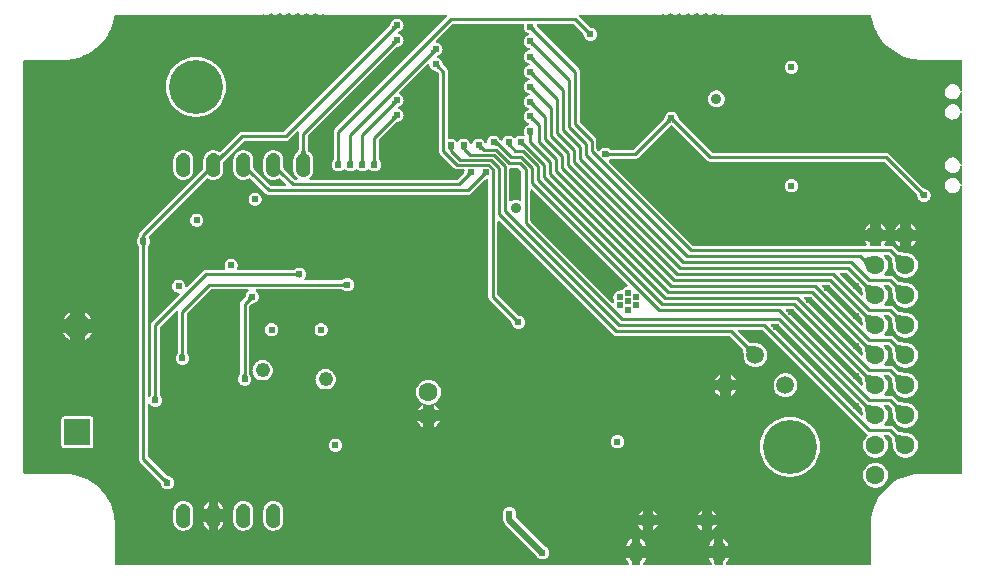
<source format=gbl>
G04 Layer: BottomLayer*
G04 EasyEDA v6.4.19.5, 2021-05-22T15:38:53+02:00*
G04 3629cfa7d52e4947b918c6b19203bcd8,b771c775d4444e86a06a5321f8c966cb,10*
G04 Gerber Generator version 0.2*
G04 Scale: 100 percent, Rotated: No, Reflected: No *
G04 Dimensions in inches *
G04 leading zeros omitted , absolute positions ,3 integer and 6 decimal *
%FSLAX36Y36*%
%MOIN*%

%ADD10C,0.0100*%
%ADD11C,0.0200*%
%ADD17C,0.0240*%
%ADD18C,0.1800*%
%ADD19C,0.0480*%
%ADD20C,0.0360*%
%ADD45C,0.0630*%
%ADD46C,0.0532*%
%ADD47C,0.0866*%
%ADD48R,0.0866X0.0866*%
%ADD49C,0.0630*%
%ADD50C,0.0591*%
%ADD51C,0.0472*%

%LPD*%
G36*
X1502020Y-596840D02*
G01*
X1500320Y-596460D01*
X1498959Y-595420D01*
X1498160Y-593880D01*
X1497780Y-592440D01*
X1496140Y-588960D01*
X1493940Y-585800D01*
X1491220Y-583080D01*
X1488060Y-580880D01*
X1484580Y-579240D01*
X1480860Y-578260D01*
X1477020Y-577920D01*
X1473180Y-578260D01*
X1469460Y-579240D01*
X1465980Y-580880D01*
X1462820Y-583080D01*
X1460100Y-585800D01*
X1459280Y-586960D01*
X1458180Y-588020D01*
X1456780Y-588600D01*
X1455240Y-588600D01*
X1453839Y-588020D01*
X1452740Y-586960D01*
X1451920Y-585800D01*
X1449199Y-583080D01*
X1446040Y-580880D01*
X1442560Y-579240D01*
X1438839Y-578260D01*
X1435000Y-577920D01*
X1431160Y-578260D01*
X1430140Y-578520D01*
X1428680Y-578640D01*
X1427280Y-578220D01*
X1426120Y-577340D01*
X1425360Y-576100D01*
X1425100Y-574660D01*
X1425100Y-355200D01*
X1424800Y-352060D01*
X1423940Y-349219D01*
X1422540Y-346620D01*
X1420540Y-344180D01*
X1409480Y-333120D01*
X1408540Y-331640D01*
X1406960Y-327200D01*
X1405760Y-322440D01*
X1404120Y-318960D01*
X1401920Y-315800D01*
X1399199Y-313080D01*
X1396040Y-310880D01*
X1392560Y-309240D01*
X1391120Y-308860D01*
X1389580Y-308060D01*
X1388540Y-306700D01*
X1388160Y-305000D01*
X1388540Y-303300D01*
X1389580Y-301940D01*
X1391120Y-301140D01*
X1392560Y-300760D01*
X1396040Y-299120D01*
X1399199Y-296920D01*
X1401920Y-294200D01*
X1404120Y-291040D01*
X1405760Y-287560D01*
X1406740Y-283840D01*
X1407080Y-280000D01*
X1406740Y-276160D01*
X1405760Y-272440D01*
X1404120Y-268960D01*
X1401920Y-265800D01*
X1399199Y-263080D01*
X1396040Y-260880D01*
X1392560Y-259240D01*
X1388839Y-258260D01*
X1387520Y-258140D01*
X1386060Y-257719D01*
X1384880Y-256800D01*
X1384100Y-255520D01*
X1383860Y-254040D01*
X1384180Y-252560D01*
X1385040Y-251320D01*
X1440080Y-196280D01*
X1441380Y-195400D01*
X1442920Y-195100D01*
X1674660Y-195100D01*
X1676100Y-195360D01*
X1677340Y-196119D01*
X1678220Y-197280D01*
X1678640Y-198680D01*
X1678520Y-200140D01*
X1678260Y-201160D01*
X1677920Y-205000D01*
X1678260Y-208840D01*
X1679240Y-212560D01*
X1680880Y-216040D01*
X1683080Y-219200D01*
X1685800Y-221920D01*
X1688959Y-224120D01*
X1692520Y-225780D01*
X1693740Y-226660D01*
X1694540Y-227940D01*
X1694820Y-229420D01*
X1694540Y-230880D01*
X1693740Y-232160D01*
X1692520Y-233039D01*
X1688959Y-234700D01*
X1685800Y-236900D01*
X1683080Y-239620D01*
X1680880Y-242780D01*
X1679240Y-246260D01*
X1678260Y-249980D01*
X1677920Y-253820D01*
X1678260Y-257659D01*
X1679240Y-261380D01*
X1680880Y-264860D01*
X1683080Y-268020D01*
X1685800Y-270740D01*
X1688959Y-272940D01*
X1692440Y-274580D01*
X1696080Y-275540D01*
X1697620Y-276340D01*
X1698660Y-277720D01*
X1699040Y-279420D01*
X1698660Y-281100D01*
X1697620Y-282480D01*
X1696080Y-283280D01*
X1692440Y-284240D01*
X1688959Y-285880D01*
X1685800Y-288080D01*
X1683080Y-290800D01*
X1680880Y-293960D01*
X1679240Y-297440D01*
X1678260Y-301160D01*
X1677920Y-305000D01*
X1678260Y-308840D01*
X1679240Y-312560D01*
X1680880Y-316040D01*
X1683080Y-319200D01*
X1685800Y-321920D01*
X1688959Y-324120D01*
X1692440Y-325760D01*
X1693880Y-326140D01*
X1695420Y-326940D01*
X1696459Y-328300D01*
X1696840Y-330000D01*
X1696459Y-331700D01*
X1695420Y-333060D01*
X1693880Y-333860D01*
X1692440Y-334240D01*
X1688959Y-335880D01*
X1685800Y-338080D01*
X1683080Y-340800D01*
X1680880Y-343960D01*
X1679240Y-347440D01*
X1678260Y-351160D01*
X1677920Y-355000D01*
X1678260Y-358840D01*
X1679240Y-362560D01*
X1680880Y-366040D01*
X1683080Y-369200D01*
X1685800Y-371920D01*
X1688959Y-374120D01*
X1692440Y-375760D01*
X1693880Y-376140D01*
X1695420Y-376940D01*
X1696459Y-378300D01*
X1696840Y-380000D01*
X1696459Y-381700D01*
X1695420Y-383060D01*
X1693880Y-383860D01*
X1692440Y-384240D01*
X1688959Y-385880D01*
X1685800Y-388080D01*
X1683080Y-390800D01*
X1680880Y-393960D01*
X1679240Y-397440D01*
X1678260Y-401160D01*
X1677920Y-405000D01*
X1678260Y-408840D01*
X1679240Y-412560D01*
X1680880Y-416040D01*
X1683080Y-419200D01*
X1685800Y-421920D01*
X1688959Y-424120D01*
X1692440Y-425760D01*
X1693880Y-426140D01*
X1695420Y-426940D01*
X1696459Y-428300D01*
X1696840Y-430000D01*
X1696459Y-431700D01*
X1695420Y-433060D01*
X1693880Y-433860D01*
X1692440Y-434240D01*
X1688959Y-435880D01*
X1685800Y-438080D01*
X1683080Y-440800D01*
X1680880Y-443960D01*
X1679240Y-447440D01*
X1678260Y-451160D01*
X1677920Y-455000D01*
X1678260Y-458840D01*
X1679240Y-462560D01*
X1680880Y-466040D01*
X1683080Y-469200D01*
X1685800Y-471920D01*
X1688959Y-474120D01*
X1692520Y-475780D01*
X1693740Y-476659D01*
X1694540Y-477939D01*
X1694820Y-479420D01*
X1694540Y-480880D01*
X1693740Y-482160D01*
X1692520Y-483040D01*
X1688959Y-484700D01*
X1685800Y-486900D01*
X1683080Y-489620D01*
X1680880Y-492780D01*
X1679240Y-496260D01*
X1678260Y-499980D01*
X1677920Y-503820D01*
X1678260Y-507660D01*
X1679240Y-511380D01*
X1680880Y-514860D01*
X1683080Y-518020D01*
X1685800Y-520740D01*
X1688959Y-522939D01*
X1692440Y-524580D01*
X1693880Y-524960D01*
X1695420Y-525760D01*
X1696459Y-527120D01*
X1696840Y-528820D01*
X1696459Y-530520D01*
X1695420Y-531880D01*
X1693880Y-532680D01*
X1692440Y-533060D01*
X1688959Y-534700D01*
X1685800Y-536900D01*
X1683080Y-539620D01*
X1680880Y-542780D01*
X1679240Y-546260D01*
X1678260Y-549980D01*
X1677920Y-553820D01*
X1678260Y-557660D01*
X1679240Y-561380D01*
X1680600Y-564260D01*
X1680960Y-565840D01*
X1680680Y-567420D01*
X1679800Y-568780D01*
X1678440Y-569660D01*
X1676860Y-569940D01*
X1675280Y-569580D01*
X1674580Y-569240D01*
X1670860Y-568260D01*
X1667020Y-567920D01*
X1663180Y-568260D01*
X1659460Y-569240D01*
X1655980Y-570880D01*
X1652820Y-573080D01*
X1649840Y-576060D01*
X1648540Y-576920D01*
X1647000Y-577220D01*
X1645480Y-576920D01*
X1644180Y-576060D01*
X1641220Y-573080D01*
X1638060Y-570880D01*
X1634580Y-569240D01*
X1630860Y-568260D01*
X1627020Y-567920D01*
X1623180Y-568260D01*
X1619460Y-569240D01*
X1615980Y-570880D01*
X1612820Y-573080D01*
X1610100Y-575800D01*
X1607900Y-578960D01*
X1606380Y-582220D01*
X1605440Y-583500D01*
X1604079Y-584300D01*
X1602520Y-584520D01*
X1600980Y-584120D01*
X1599740Y-583160D01*
X1596339Y-579240D01*
X1593940Y-575800D01*
X1591220Y-573080D01*
X1588060Y-570880D01*
X1584580Y-569240D01*
X1580860Y-568260D01*
X1577020Y-567920D01*
X1573180Y-568260D01*
X1569460Y-569240D01*
X1565980Y-570880D01*
X1562820Y-573080D01*
X1560100Y-575800D01*
X1557900Y-578960D01*
X1556260Y-582440D01*
X1555280Y-586160D01*
X1554920Y-590120D01*
X1554400Y-591780D01*
X1553240Y-593060D01*
X1551639Y-593720D01*
X1549900Y-593640D01*
X1548360Y-592840D01*
X1547320Y-591460D01*
X1546140Y-588960D01*
X1543940Y-585800D01*
X1541220Y-583080D01*
X1538060Y-580880D01*
X1534580Y-579240D01*
X1530860Y-578260D01*
X1527020Y-577920D01*
X1523180Y-578260D01*
X1519460Y-579240D01*
X1515980Y-580880D01*
X1512820Y-583080D01*
X1510100Y-585800D01*
X1507900Y-588960D01*
X1506260Y-592440D01*
X1505880Y-593880D01*
X1505080Y-595420D01*
X1503720Y-596460D01*
G37*

%LPD*%
G36*
X1634600Y-787400D02*
G01*
X1632920Y-787260D01*
X1631459Y-786440D01*
X1630460Y-785080D01*
X1630100Y-783439D01*
X1630100Y-679100D01*
X1630400Y-677560D01*
X1631279Y-676280D01*
X1632560Y-675400D01*
X1634100Y-675100D01*
X1657080Y-675100D01*
X1658620Y-675400D01*
X1659920Y-676280D01*
X1668720Y-685080D01*
X1669600Y-686380D01*
X1669900Y-687920D01*
X1669900Y-781120D01*
X1669600Y-782660D01*
X1668720Y-783940D01*
X1667440Y-784820D01*
X1665900Y-785120D01*
X1664360Y-784820D01*
X1660680Y-783280D01*
X1656399Y-782260D01*
X1652000Y-781919D01*
X1647600Y-782260D01*
X1643320Y-783280D01*
X1639240Y-784980D01*
X1636180Y-786840D01*
G37*

%LPD*%
G36*
X2804100Y-1100980D02*
G01*
X2802520Y-1100700D01*
X2801160Y-1099800D01*
X2733279Y-1031919D01*
X2732420Y-1030639D01*
X2732120Y-1029100D01*
X2732420Y-1027560D01*
X2733279Y-1026280D01*
X2734580Y-1025400D01*
X2736120Y-1025100D01*
X2752080Y-1025100D01*
X2753620Y-1025400D01*
X2754920Y-1026280D01*
X2805360Y-1076700D01*
X2806160Y-1077840D01*
X2806500Y-1079200D01*
X2807980Y-1096640D01*
X2807780Y-1098240D01*
X2806980Y-1099640D01*
X2805680Y-1100600D01*
G37*

%LPD*%
G36*
X1974560Y-1126620D02*
G01*
X1973060Y-1126300D01*
X1971800Y-1125440D01*
X1701279Y-854920D01*
X1700400Y-853620D01*
X1700100Y-852080D01*
X1700100Y-751120D01*
X1700400Y-749580D01*
X1701279Y-748280D01*
X1702560Y-747420D01*
X1704100Y-747120D01*
X1705640Y-747420D01*
X1706920Y-748280D01*
X2022360Y-1063720D01*
X2023260Y-1065120D01*
X2023520Y-1066760D01*
X2023100Y-1068360D01*
X2022060Y-1069660D01*
X2020580Y-1070420D01*
X2017440Y-1071240D01*
X2013959Y-1072880D01*
X2010800Y-1075080D01*
X2008080Y-1077800D01*
X2005880Y-1080960D01*
X2005420Y-1081920D01*
X2004460Y-1083220D01*
X2003060Y-1084020D01*
X2001459Y-1084220D01*
X1998000Y-1083920D01*
X1994160Y-1084260D01*
X1990440Y-1085240D01*
X1986960Y-1086880D01*
X1983800Y-1089080D01*
X1981080Y-1091800D01*
X1978880Y-1094960D01*
X1977240Y-1098440D01*
X1976260Y-1102160D01*
X1975920Y-1106000D01*
X1976260Y-1109840D01*
X1977240Y-1113560D01*
X1978880Y-1117040D01*
X1979340Y-1117700D01*
X1979980Y-1119200D01*
X1979980Y-1120800D01*
X1979340Y-1122300D01*
X1978880Y-1122960D01*
X1978240Y-1124300D01*
X1977360Y-1125540D01*
X1976060Y-1126340D01*
G37*

%LPD*%
G36*
X2804100Y-1200980D02*
G01*
X2802520Y-1200700D01*
X2801160Y-1199800D01*
X2673279Y-1071920D01*
X2672420Y-1070640D01*
X2672120Y-1069100D01*
X2672420Y-1067560D01*
X2673279Y-1066280D01*
X2674580Y-1065400D01*
X2676120Y-1065100D01*
X2692080Y-1065100D01*
X2693620Y-1065400D01*
X2694920Y-1066280D01*
X2805360Y-1176700D01*
X2806160Y-1177840D01*
X2806500Y-1179200D01*
X2807980Y-1196640D01*
X2807780Y-1198240D01*
X2806980Y-1199640D01*
X2805680Y-1200600D01*
G37*

%LPD*%
G36*
X2804100Y-1300980D02*
G01*
X2802520Y-1300700D01*
X2801160Y-1299800D01*
X2613279Y-1111920D01*
X2612420Y-1110640D01*
X2612120Y-1109100D01*
X2612420Y-1107560D01*
X2613279Y-1106280D01*
X2614580Y-1105400D01*
X2616120Y-1105100D01*
X2632080Y-1105100D01*
X2633620Y-1105400D01*
X2634920Y-1106280D01*
X2805360Y-1276700D01*
X2806160Y-1277840D01*
X2806500Y-1279200D01*
X2807980Y-1296639D01*
X2807780Y-1298240D01*
X2806980Y-1299640D01*
X2805680Y-1300600D01*
G37*

%LPD*%
G36*
X2804100Y-1400980D02*
G01*
X2802520Y-1400700D01*
X2801160Y-1399800D01*
X2553280Y-1151920D01*
X2552420Y-1150640D01*
X2552120Y-1149100D01*
X2552420Y-1147560D01*
X2553280Y-1146280D01*
X2554580Y-1145400D01*
X2556120Y-1145100D01*
X2572080Y-1145100D01*
X2573620Y-1145400D01*
X2574920Y-1146280D01*
X2805360Y-1376699D01*
X2806160Y-1377840D01*
X2806500Y-1379199D01*
X2807980Y-1396639D01*
X2807780Y-1398240D01*
X2806980Y-1399640D01*
X2805680Y-1400600D01*
G37*

%LPD*%
G36*
X2804100Y-1500980D02*
G01*
X2802520Y-1500700D01*
X2801160Y-1499800D01*
X2503280Y-1201920D01*
X2502420Y-1200640D01*
X2502120Y-1199100D01*
X2502420Y-1197560D01*
X2503280Y-1196280D01*
X2504580Y-1195400D01*
X2506120Y-1195100D01*
X2522080Y-1195100D01*
X2523620Y-1195400D01*
X2524920Y-1196280D01*
X2805360Y-1476699D01*
X2806160Y-1477840D01*
X2806500Y-1479199D01*
X2807980Y-1496639D01*
X2807780Y-1498240D01*
X2806980Y-1499640D01*
X2805680Y-1500600D01*
G37*

%LPD*%
G36*
X319100Y-1999900D02*
G01*
X317560Y-1999600D01*
X316280Y-1998720D01*
X315400Y-1997440D01*
X315100Y-1995900D01*
X315100Y-1865060D01*
X314660Y-1853000D01*
X313460Y-1841440D01*
X311460Y-1830000D01*
X308680Y-1818720D01*
X305140Y-1807660D01*
X300860Y-1796879D01*
X295840Y-1786399D01*
X290120Y-1776279D01*
X283740Y-1766579D01*
X276700Y-1757340D01*
X269040Y-1748620D01*
X260799Y-1740420D01*
X252040Y-1732800D01*
X242760Y-1725820D01*
X233039Y-1719460D01*
X222900Y-1713800D01*
X212399Y-1708839D01*
X201580Y-1704600D01*
X190500Y-1701100D01*
X179220Y-1698380D01*
X167760Y-1696440D01*
X156220Y-1695280D01*
X144940Y-1694900D01*
X14100Y-1694900D01*
X12560Y-1694600D01*
X11279Y-1693720D01*
X10400Y-1692440D01*
X10100Y-1690900D01*
X10100Y-319100D01*
X10400Y-317560D01*
X11279Y-316280D01*
X12560Y-315400D01*
X14100Y-315100D01*
X144940Y-315100D01*
X157000Y-314660D01*
X168560Y-313460D01*
X180000Y-311460D01*
X191280Y-308680D01*
X202340Y-305140D01*
X213120Y-300860D01*
X223600Y-295840D01*
X233720Y-290120D01*
X243420Y-283740D01*
X252659Y-276700D01*
X261380Y-269040D01*
X269580Y-260799D01*
X277200Y-252040D01*
X284180Y-242760D01*
X290540Y-233039D01*
X296200Y-222900D01*
X301160Y-212399D01*
X305400Y-201580D01*
X308900Y-190500D01*
X311620Y-179220D01*
X313480Y-168420D01*
X313940Y-167120D01*
X314840Y-166040D01*
X316040Y-165340D01*
X317420Y-165100D01*
X804780Y-165100D01*
X807240Y-164820D01*
X809380Y-164080D01*
X809880Y-163760D01*
X811500Y-163180D01*
X813240Y-163340D01*
X816560Y-164420D01*
X820100Y-164899D01*
X823680Y-164740D01*
X827159Y-163960D01*
X830440Y-162540D01*
X833640Y-160440D01*
X835180Y-159840D01*
X836840Y-159920D01*
X838319Y-160660D01*
X839560Y-161640D01*
X842700Y-163320D01*
X846100Y-164420D01*
X849640Y-164899D01*
X853199Y-164740D01*
X856680Y-163960D01*
X859980Y-162540D01*
X863160Y-160440D01*
X864700Y-159840D01*
X866380Y-159920D01*
X867860Y-160660D01*
X869080Y-161640D01*
X872220Y-163320D01*
X875620Y-164420D01*
X879160Y-164899D01*
X882740Y-164740D01*
X886220Y-163960D01*
X889500Y-162540D01*
X892700Y-160440D01*
X894240Y-159840D01*
X895900Y-159920D01*
X897380Y-160660D01*
X898620Y-161640D01*
X901760Y-163320D01*
X905160Y-164420D01*
X908700Y-164899D01*
X912260Y-164740D01*
X915740Y-163960D01*
X919040Y-162540D01*
X922220Y-160440D01*
X923760Y-159840D01*
X925420Y-159920D01*
X926919Y-160660D01*
X928139Y-161640D01*
X931280Y-163320D01*
X934680Y-164420D01*
X938220Y-164899D01*
X941780Y-164740D01*
X945260Y-163960D01*
X948560Y-162540D01*
X951740Y-160440D01*
X953280Y-159840D01*
X954960Y-159920D01*
X956440Y-160660D01*
X957660Y-161640D01*
X960800Y-163320D01*
X964200Y-164420D01*
X967740Y-164899D01*
X971320Y-164740D01*
X974800Y-163960D01*
X978080Y-162540D01*
X981280Y-160440D01*
X982820Y-159840D01*
X984479Y-159920D01*
X985960Y-160660D01*
X987200Y-161640D01*
X990340Y-163320D01*
X993740Y-164420D01*
X997280Y-164899D01*
X1000840Y-164740D01*
X1004320Y-163960D01*
X1006040Y-163220D01*
X1007280Y-162920D01*
X1008560Y-163020D01*
X1009740Y-163520D01*
X1010620Y-164080D01*
X1012760Y-164820D01*
X1015220Y-165100D01*
X1418880Y-165100D01*
X1420420Y-165400D01*
X1421720Y-166280D01*
X1422580Y-167560D01*
X1422880Y-169100D01*
X1422580Y-170640D01*
X1421720Y-171920D01*
X1049460Y-544180D01*
X1047460Y-546620D01*
X1046060Y-549220D01*
X1045200Y-552060D01*
X1044900Y-555200D01*
X1044900Y-645480D01*
X1044520Y-647200D01*
X1042320Y-651800D01*
X1040879Y-653960D01*
X1039240Y-657440D01*
X1038259Y-661160D01*
X1037920Y-665000D01*
X1038259Y-668840D01*
X1039240Y-672560D01*
X1040879Y-676040D01*
X1043080Y-679200D01*
X1045800Y-681919D01*
X1048960Y-684120D01*
X1052440Y-685759D01*
X1056160Y-686740D01*
X1060000Y-687080D01*
X1063840Y-686740D01*
X1067560Y-685759D01*
X1071040Y-684120D01*
X1074200Y-681919D01*
X1077180Y-678940D01*
X1078480Y-678080D01*
X1080020Y-677780D01*
X1081540Y-678080D01*
X1082840Y-678940D01*
X1085800Y-681919D01*
X1088960Y-684120D01*
X1092440Y-685759D01*
X1096160Y-686740D01*
X1100000Y-687080D01*
X1103840Y-686740D01*
X1107560Y-685759D01*
X1111040Y-684120D01*
X1114200Y-681919D01*
X1117180Y-678940D01*
X1118480Y-678080D01*
X1120020Y-677780D01*
X1121540Y-678080D01*
X1122840Y-678940D01*
X1125800Y-681919D01*
X1128960Y-684120D01*
X1132440Y-685759D01*
X1136160Y-686740D01*
X1140000Y-687080D01*
X1143840Y-686740D01*
X1147560Y-685759D01*
X1151040Y-684120D01*
X1154200Y-681919D01*
X1157180Y-678940D01*
X1158480Y-678080D01*
X1160020Y-677780D01*
X1161540Y-678080D01*
X1162840Y-678940D01*
X1165800Y-681919D01*
X1168960Y-684120D01*
X1172440Y-685759D01*
X1176160Y-686740D01*
X1180000Y-687080D01*
X1183840Y-686740D01*
X1187560Y-685759D01*
X1191040Y-684120D01*
X1194200Y-681919D01*
X1196920Y-679200D01*
X1199120Y-676040D01*
X1200760Y-672560D01*
X1201740Y-668840D01*
X1202080Y-665000D01*
X1201740Y-661160D01*
X1200760Y-657440D01*
X1199120Y-653960D01*
X1197680Y-651800D01*
X1195480Y-647200D01*
X1195100Y-645480D01*
X1195100Y-582920D01*
X1195400Y-581380D01*
X1196280Y-580080D01*
X1251880Y-524480D01*
X1253360Y-523540D01*
X1257800Y-521960D01*
X1262560Y-520760D01*
X1266040Y-519120D01*
X1269200Y-516920D01*
X1271920Y-514200D01*
X1274120Y-511040D01*
X1275760Y-507560D01*
X1276740Y-503840D01*
X1277080Y-500000D01*
X1276740Y-496160D01*
X1275760Y-492440D01*
X1274120Y-488960D01*
X1271920Y-485800D01*
X1269200Y-483080D01*
X1266040Y-480880D01*
X1262560Y-479240D01*
X1261120Y-478860D01*
X1259580Y-478060D01*
X1258540Y-476700D01*
X1258160Y-475000D01*
X1258540Y-473300D01*
X1259580Y-471940D01*
X1261120Y-471140D01*
X1262560Y-470760D01*
X1266040Y-469120D01*
X1269200Y-466920D01*
X1271920Y-464200D01*
X1274120Y-461040D01*
X1275760Y-457560D01*
X1276740Y-453840D01*
X1277080Y-450000D01*
X1276740Y-446160D01*
X1275760Y-442440D01*
X1274120Y-438960D01*
X1271920Y-435800D01*
X1269200Y-433080D01*
X1266040Y-430880D01*
X1264020Y-429920D01*
X1262780Y-429040D01*
X1261980Y-427740D01*
X1261700Y-426240D01*
X1262020Y-424739D01*
X1262880Y-423480D01*
X1356320Y-330040D01*
X1357560Y-329180D01*
X1359040Y-328860D01*
X1360520Y-329099D01*
X1361800Y-329880D01*
X1362720Y-331060D01*
X1363140Y-332520D01*
X1363260Y-333840D01*
X1364240Y-337560D01*
X1365880Y-341040D01*
X1368080Y-344200D01*
X1370800Y-346920D01*
X1373959Y-349120D01*
X1377440Y-350760D01*
X1382200Y-351960D01*
X1386639Y-353540D01*
X1388120Y-354480D01*
X1393720Y-360080D01*
X1394600Y-361380D01*
X1394900Y-362920D01*
X1394900Y-618800D01*
X1395200Y-621940D01*
X1396060Y-624780D01*
X1397460Y-627380D01*
X1399460Y-629820D01*
X1445180Y-675540D01*
X1447620Y-677540D01*
X1450220Y-678940D01*
X1453060Y-679800D01*
X1456200Y-680100D01*
X1476660Y-680100D01*
X1478060Y-680360D01*
X1479300Y-681080D01*
X1480180Y-682200D01*
X1480620Y-683560D01*
X1480560Y-684980D01*
X1480040Y-687220D01*
X1478460Y-691640D01*
X1477520Y-693120D01*
X1456920Y-713720D01*
X1455620Y-714599D01*
X1454079Y-714900D01*
X966480Y-714900D01*
X964900Y-714580D01*
X963580Y-713640D01*
X962720Y-712260D01*
X962500Y-710639D01*
X962920Y-709080D01*
X963940Y-707820D01*
X965060Y-706880D01*
X968100Y-703920D01*
X969820Y-701820D01*
X970699Y-700600D01*
X972159Y-698319D01*
X972900Y-696960D01*
X974060Y-694500D01*
X974599Y-693120D01*
X975440Y-690540D01*
X975819Y-689060D01*
X976340Y-686400D01*
X976520Y-684860D01*
X976720Y-681300D01*
X976720Y-650020D01*
X976520Y-646460D01*
X976340Y-644920D01*
X975819Y-642260D01*
X975440Y-640800D01*
X974599Y-638200D01*
X974040Y-636800D01*
X972900Y-634340D01*
X972159Y-633000D01*
X970699Y-630720D01*
X969820Y-629500D01*
X968100Y-627400D01*
X965060Y-624440D01*
X963880Y-623460D01*
X961020Y-621460D01*
X959780Y-620260D01*
X959160Y-618660D01*
X958100Y-611380D01*
X958100Y-569920D01*
X958400Y-568380D01*
X959280Y-567080D01*
X1251880Y-274480D01*
X1253360Y-273540D01*
X1257800Y-271960D01*
X1262560Y-270760D01*
X1266040Y-269120D01*
X1269200Y-266920D01*
X1271920Y-264200D01*
X1274120Y-261040D01*
X1275760Y-257560D01*
X1276740Y-253840D01*
X1277080Y-250000D01*
X1276740Y-246160D01*
X1275760Y-242440D01*
X1274120Y-238960D01*
X1271920Y-235799D01*
X1269200Y-233080D01*
X1266040Y-230880D01*
X1262560Y-229240D01*
X1261120Y-228860D01*
X1259580Y-228060D01*
X1258540Y-226700D01*
X1258160Y-225000D01*
X1258540Y-223299D01*
X1259580Y-221940D01*
X1261120Y-221140D01*
X1262560Y-220760D01*
X1266040Y-219120D01*
X1269200Y-216920D01*
X1271920Y-214200D01*
X1274120Y-211040D01*
X1275760Y-207560D01*
X1276740Y-203840D01*
X1277080Y-200000D01*
X1276740Y-196160D01*
X1275760Y-192440D01*
X1274120Y-188960D01*
X1271920Y-185799D01*
X1269200Y-183080D01*
X1266040Y-180880D01*
X1262560Y-179240D01*
X1258840Y-178260D01*
X1255000Y-177920D01*
X1251160Y-178260D01*
X1247440Y-179240D01*
X1243960Y-180880D01*
X1240800Y-183080D01*
X1238080Y-185799D01*
X1235880Y-188960D01*
X1234240Y-192440D01*
X1233040Y-197200D01*
X1231460Y-201640D01*
X1230520Y-203120D01*
X879920Y-553720D01*
X878620Y-554600D01*
X877080Y-554900D01*
X738900Y-554900D01*
X735759Y-555200D01*
X732920Y-556060D01*
X730320Y-557460D01*
X727880Y-559460D01*
X668500Y-618840D01*
X665340Y-621200D01*
X663980Y-621840D01*
X662460Y-621920D01*
X661020Y-621440D01*
X658020Y-619740D01*
X654160Y-618100D01*
X652660Y-617620D01*
X650040Y-616960D01*
X648560Y-616680D01*
X645860Y-616340D01*
X644360Y-616240D01*
X641640Y-616240D01*
X640140Y-616340D01*
X635980Y-616940D01*
X633340Y-617620D01*
X631840Y-618100D01*
X627960Y-619740D01*
X625580Y-621060D01*
X624320Y-621860D01*
X622120Y-623460D01*
X620940Y-624440D01*
X617900Y-627400D01*
X616180Y-629500D01*
X615300Y-630720D01*
X613840Y-633000D01*
X613100Y-634340D01*
X611960Y-636800D01*
X611400Y-638200D01*
X610560Y-640800D01*
X610180Y-642280D01*
X609660Y-644960D01*
X609480Y-646420D01*
X609280Y-650020D01*
X609280Y-675860D01*
X609000Y-677320D01*
X608200Y-678580D01*
X600380Y-686960D01*
X399460Y-887880D01*
X397460Y-890320D01*
X396060Y-892920D01*
X395200Y-895759D01*
X394900Y-898900D01*
X394900Y-900480D01*
X394520Y-902200D01*
X392320Y-906800D01*
X390880Y-908960D01*
X389240Y-912440D01*
X388260Y-916160D01*
X387920Y-920000D01*
X388260Y-923840D01*
X389240Y-927560D01*
X390880Y-931040D01*
X392320Y-933199D01*
X394520Y-937800D01*
X394900Y-939520D01*
X394900Y-1644800D01*
X395200Y-1647940D01*
X396060Y-1650780D01*
X397460Y-1653380D01*
X399460Y-1655820D01*
X465520Y-1721879D01*
X466460Y-1723360D01*
X468040Y-1727800D01*
X469240Y-1732560D01*
X470880Y-1736040D01*
X473080Y-1739199D01*
X475800Y-1741920D01*
X478960Y-1744120D01*
X482440Y-1745760D01*
X486160Y-1746740D01*
X490000Y-1747080D01*
X493840Y-1746740D01*
X497560Y-1745760D01*
X501040Y-1744120D01*
X504200Y-1741920D01*
X506920Y-1739199D01*
X509120Y-1736040D01*
X510760Y-1732560D01*
X511740Y-1728839D01*
X512080Y-1725000D01*
X511740Y-1721160D01*
X510760Y-1717440D01*
X509120Y-1713959D01*
X506920Y-1710800D01*
X504200Y-1708080D01*
X501040Y-1705880D01*
X497560Y-1704240D01*
X492800Y-1703040D01*
X488360Y-1701459D01*
X486880Y-1700520D01*
X426280Y-1639920D01*
X425400Y-1638620D01*
X425100Y-1637080D01*
X425100Y-1465480D01*
X425460Y-1463839D01*
X426440Y-1462500D01*
X427900Y-1461660D01*
X429560Y-1461500D01*
X431160Y-1462040D01*
X432380Y-1463180D01*
X433080Y-1464199D01*
X435800Y-1466920D01*
X438960Y-1469120D01*
X442440Y-1470760D01*
X446160Y-1471740D01*
X450000Y-1472080D01*
X453840Y-1471740D01*
X457560Y-1470760D01*
X461040Y-1469120D01*
X464200Y-1466920D01*
X466920Y-1464199D01*
X469120Y-1461040D01*
X470760Y-1457560D01*
X471740Y-1453839D01*
X472080Y-1450000D01*
X471740Y-1446160D01*
X470760Y-1442440D01*
X469120Y-1438959D01*
X467680Y-1436800D01*
X465480Y-1432200D01*
X465100Y-1430480D01*
X465100Y-1207920D01*
X465400Y-1206380D01*
X466280Y-1205080D01*
X518080Y-1153280D01*
X519360Y-1152420D01*
X520900Y-1152120D01*
X522440Y-1152420D01*
X523720Y-1153280D01*
X524600Y-1154580D01*
X524900Y-1156120D01*
X524900Y-1290480D01*
X524520Y-1292200D01*
X522320Y-1296800D01*
X520880Y-1298959D01*
X519240Y-1302440D01*
X518260Y-1306160D01*
X517920Y-1310000D01*
X518260Y-1313839D01*
X519240Y-1317560D01*
X520880Y-1321040D01*
X523080Y-1324199D01*
X525800Y-1326920D01*
X528960Y-1329120D01*
X532440Y-1330760D01*
X536160Y-1331740D01*
X540000Y-1332080D01*
X543840Y-1331740D01*
X547560Y-1330760D01*
X551040Y-1329120D01*
X554200Y-1326920D01*
X556920Y-1324199D01*
X559120Y-1321040D01*
X560760Y-1317560D01*
X561740Y-1313839D01*
X562080Y-1310000D01*
X561740Y-1306160D01*
X560760Y-1302440D01*
X559120Y-1298959D01*
X557680Y-1296800D01*
X555480Y-1292200D01*
X555100Y-1290480D01*
X555100Y-1162920D01*
X555400Y-1161380D01*
X556280Y-1160080D01*
X635080Y-1081280D01*
X636380Y-1080400D01*
X637920Y-1080100D01*
X756880Y-1080100D01*
X758520Y-1080460D01*
X759860Y-1081440D01*
X760699Y-1082900D01*
X760860Y-1084560D01*
X760320Y-1086160D01*
X759180Y-1087380D01*
X758160Y-1088080D01*
X755440Y-1090800D01*
X753240Y-1093960D01*
X751600Y-1097440D01*
X750400Y-1102200D01*
X748820Y-1106640D01*
X747880Y-1108120D01*
X736820Y-1119180D01*
X734820Y-1121620D01*
X733420Y-1124220D01*
X732560Y-1127060D01*
X732260Y-1130200D01*
X732260Y-1360480D01*
X731860Y-1362200D01*
X729680Y-1366780D01*
X728240Y-1368959D01*
X726600Y-1372440D01*
X725620Y-1376160D01*
X725280Y-1380000D01*
X725620Y-1383839D01*
X726600Y-1387560D01*
X728240Y-1391040D01*
X730440Y-1394199D01*
X733160Y-1396920D01*
X736320Y-1399120D01*
X739800Y-1400760D01*
X743520Y-1401740D01*
X747360Y-1402080D01*
X751200Y-1401740D01*
X754920Y-1400760D01*
X758400Y-1399120D01*
X761560Y-1396920D01*
X764280Y-1394199D01*
X766480Y-1391040D01*
X768120Y-1387560D01*
X769100Y-1383839D01*
X769440Y-1380000D01*
X769100Y-1376160D01*
X768120Y-1372440D01*
X766480Y-1368959D01*
X765040Y-1366800D01*
X762840Y-1362200D01*
X762460Y-1360480D01*
X762460Y-1137920D01*
X762760Y-1136380D01*
X763620Y-1135080D01*
X769240Y-1129480D01*
X770720Y-1128540D01*
X775160Y-1126960D01*
X779920Y-1125760D01*
X783400Y-1124120D01*
X786560Y-1121920D01*
X789280Y-1119200D01*
X791480Y-1116040D01*
X793120Y-1112560D01*
X794100Y-1108840D01*
X794440Y-1105000D01*
X794100Y-1101160D01*
X793120Y-1097440D01*
X791480Y-1093960D01*
X789280Y-1090800D01*
X786560Y-1088080D01*
X785540Y-1087380D01*
X784400Y-1086160D01*
X783860Y-1084560D01*
X784020Y-1082900D01*
X784860Y-1081440D01*
X786200Y-1080460D01*
X787840Y-1080100D01*
X1070480Y-1080100D01*
X1072200Y-1080480D01*
X1076800Y-1082680D01*
X1078960Y-1084120D01*
X1082440Y-1085760D01*
X1086160Y-1086740D01*
X1090000Y-1087080D01*
X1093840Y-1086740D01*
X1097560Y-1085760D01*
X1101040Y-1084120D01*
X1104200Y-1081920D01*
X1106920Y-1079200D01*
X1109120Y-1076040D01*
X1110760Y-1072560D01*
X1111740Y-1068840D01*
X1112080Y-1065000D01*
X1111740Y-1061160D01*
X1110760Y-1057440D01*
X1109120Y-1053960D01*
X1106920Y-1050800D01*
X1104200Y-1048080D01*
X1101040Y-1045879D01*
X1097560Y-1044240D01*
X1093840Y-1043259D01*
X1090000Y-1042920D01*
X1086160Y-1043259D01*
X1082440Y-1044240D01*
X1078960Y-1045879D01*
X1076800Y-1047320D01*
X1072200Y-1049520D01*
X1070480Y-1049900D01*
X950600Y-1049900D01*
X948920Y-1049520D01*
X947540Y-1048480D01*
X946740Y-1046940D01*
X946660Y-1045200D01*
X947340Y-1043600D01*
X949120Y-1041040D01*
X950759Y-1037560D01*
X951740Y-1033840D01*
X952080Y-1030000D01*
X951740Y-1026160D01*
X950759Y-1022440D01*
X949120Y-1018960D01*
X946919Y-1015800D01*
X944200Y-1013080D01*
X941040Y-1010879D01*
X937560Y-1009240D01*
X933840Y-1008259D01*
X930000Y-1007920D01*
X926160Y-1008259D01*
X922440Y-1009240D01*
X918960Y-1010879D01*
X916800Y-1012320D01*
X912200Y-1014520D01*
X910480Y-1014900D01*
X725960Y-1014900D01*
X724400Y-1014580D01*
X723080Y-1013680D01*
X722240Y-1012340D01*
X721960Y-1010759D01*
X722340Y-1009200D01*
X723120Y-1007560D01*
X724100Y-1003840D01*
X724440Y-1000000D01*
X724100Y-996160D01*
X723120Y-992440D01*
X721480Y-988960D01*
X719280Y-985800D01*
X716560Y-983080D01*
X713400Y-980879D01*
X709920Y-979240D01*
X706200Y-978259D01*
X702360Y-977920D01*
X698520Y-978259D01*
X694800Y-979240D01*
X691320Y-980879D01*
X688160Y-983080D01*
X685440Y-985800D01*
X683240Y-988960D01*
X681600Y-992440D01*
X680620Y-996160D01*
X680280Y-1000000D01*
X680620Y-1003840D01*
X681600Y-1007560D01*
X682380Y-1009200D01*
X682760Y-1010759D01*
X682480Y-1012340D01*
X681640Y-1013680D01*
X680320Y-1014580D01*
X678760Y-1014900D01*
X620200Y-1014900D01*
X617060Y-1015200D01*
X614220Y-1016060D01*
X611620Y-1017460D01*
X609180Y-1019460D01*
X556260Y-1072400D01*
X555000Y-1073240D01*
X553540Y-1073560D01*
X552060Y-1073320D01*
X550760Y-1072560D01*
X549840Y-1071360D01*
X549440Y-1069920D01*
X549100Y-1066160D01*
X548120Y-1062440D01*
X546480Y-1058960D01*
X544280Y-1055800D01*
X541560Y-1053080D01*
X538400Y-1050880D01*
X534920Y-1049240D01*
X531200Y-1048259D01*
X527360Y-1047920D01*
X523519Y-1048259D01*
X519799Y-1049240D01*
X516320Y-1050880D01*
X513160Y-1053080D01*
X510439Y-1055800D01*
X508240Y-1058960D01*
X506599Y-1062440D01*
X505620Y-1066160D01*
X505280Y-1070000D01*
X505620Y-1073840D01*
X506599Y-1077560D01*
X508240Y-1081040D01*
X510439Y-1084200D01*
X513160Y-1086920D01*
X516320Y-1089120D01*
X519799Y-1090760D01*
X523519Y-1091740D01*
X527280Y-1092080D01*
X528720Y-1092480D01*
X529920Y-1093400D01*
X530680Y-1094700D01*
X530920Y-1096180D01*
X530600Y-1097640D01*
X529760Y-1098900D01*
X439460Y-1189180D01*
X437460Y-1191620D01*
X436060Y-1194220D01*
X435200Y-1197060D01*
X434900Y-1200200D01*
X434900Y-1430480D01*
X434520Y-1432200D01*
X432720Y-1435980D01*
X431800Y-1437200D01*
X430500Y-1438000D01*
X428980Y-1438260D01*
X427480Y-1437920D01*
X426240Y-1437040D01*
X425400Y-1435760D01*
X425100Y-1434259D01*
X425100Y-939520D01*
X425480Y-937800D01*
X427680Y-933199D01*
X429120Y-931040D01*
X430760Y-927560D01*
X431740Y-923840D01*
X432080Y-920000D01*
X431740Y-916160D01*
X430760Y-912440D01*
X429099Y-908900D01*
X427740Y-906840D01*
X427200Y-905580D01*
X427100Y-904220D01*
X427460Y-902920D01*
X428260Y-901800D01*
X617520Y-712540D01*
X620680Y-710160D01*
X622060Y-709520D01*
X623560Y-709419D01*
X625000Y-709900D01*
X627980Y-711580D01*
X629340Y-712220D01*
X631880Y-713220D01*
X633300Y-713680D01*
X635940Y-714360D01*
X637440Y-714640D01*
X640140Y-714980D01*
X641640Y-715080D01*
X644360Y-715080D01*
X645860Y-714980D01*
X648560Y-714640D01*
X650080Y-714360D01*
X652700Y-713680D01*
X654120Y-713220D01*
X656660Y-712220D01*
X658040Y-711560D01*
X660420Y-710260D01*
X661680Y-709460D01*
X663880Y-707860D01*
X665060Y-706880D01*
X668100Y-703920D01*
X669820Y-701820D01*
X670699Y-700600D01*
X672159Y-698319D01*
X672900Y-696960D01*
X674060Y-694500D01*
X674599Y-693120D01*
X675440Y-690540D01*
X675819Y-689060D01*
X676340Y-686400D01*
X676520Y-684860D01*
X676720Y-681300D01*
X676720Y-655500D01*
X677000Y-654020D01*
X677800Y-652760D01*
X685660Y-644400D01*
X743780Y-586280D01*
X745080Y-585400D01*
X746620Y-585100D01*
X884800Y-585100D01*
X887940Y-584800D01*
X890780Y-583940D01*
X893379Y-582540D01*
X895819Y-580540D01*
X921660Y-554680D01*
X923139Y-553740D01*
X924880Y-553540D01*
X926560Y-554080D01*
X927820Y-555300D01*
X928460Y-556920D01*
X927900Y-562200D01*
X927860Y-611960D01*
X926820Y-618660D01*
X926200Y-620260D01*
X924980Y-621460D01*
X922120Y-623460D01*
X920939Y-624440D01*
X917900Y-627400D01*
X916180Y-629500D01*
X915300Y-630720D01*
X913840Y-633000D01*
X913100Y-634340D01*
X911960Y-636800D01*
X911400Y-638200D01*
X910560Y-640800D01*
X910180Y-642280D01*
X909659Y-644960D01*
X909479Y-646420D01*
X909280Y-650020D01*
X909280Y-681300D01*
X909479Y-684900D01*
X909659Y-686360D01*
X910180Y-689020D01*
X910560Y-690540D01*
X911400Y-693120D01*
X911940Y-694500D01*
X913100Y-696960D01*
X913840Y-698319D01*
X915300Y-700600D01*
X916180Y-701820D01*
X917900Y-703920D01*
X920939Y-706880D01*
X922060Y-707820D01*
X923080Y-709080D01*
X923500Y-710639D01*
X923280Y-712260D01*
X922420Y-713640D01*
X921100Y-714580D01*
X919520Y-714900D01*
X915220Y-714900D01*
X913680Y-714599D01*
X912380Y-713720D01*
X885520Y-686860D01*
X877800Y-678580D01*
X877000Y-677320D01*
X876720Y-675860D01*
X876720Y-650020D01*
X876520Y-646460D01*
X876340Y-644920D01*
X875819Y-642260D01*
X875440Y-640800D01*
X874599Y-638200D01*
X874040Y-636800D01*
X872900Y-634340D01*
X872159Y-633000D01*
X870699Y-630720D01*
X869820Y-629500D01*
X868100Y-627400D01*
X865060Y-624440D01*
X863880Y-623460D01*
X861680Y-621860D01*
X860420Y-621060D01*
X858040Y-619740D01*
X854160Y-618100D01*
X852660Y-617620D01*
X850040Y-616960D01*
X848560Y-616680D01*
X845860Y-616340D01*
X844360Y-616240D01*
X841640Y-616240D01*
X840140Y-616340D01*
X837440Y-616680D01*
X835960Y-616960D01*
X833340Y-617620D01*
X831840Y-618100D01*
X827960Y-619740D01*
X825580Y-621060D01*
X824320Y-621860D01*
X822120Y-623460D01*
X820939Y-624440D01*
X817900Y-627400D01*
X816180Y-629500D01*
X815300Y-630720D01*
X813840Y-633000D01*
X813100Y-634340D01*
X811960Y-636800D01*
X811400Y-638200D01*
X810560Y-640800D01*
X810180Y-642280D01*
X809659Y-644960D01*
X809479Y-646420D01*
X809280Y-650020D01*
X809280Y-681300D01*
X809479Y-684900D01*
X809659Y-686360D01*
X810180Y-689020D01*
X810560Y-690540D01*
X811400Y-693120D01*
X811940Y-694500D01*
X813100Y-696960D01*
X813840Y-698319D01*
X815300Y-700600D01*
X816180Y-701820D01*
X817900Y-703920D01*
X820939Y-706880D01*
X822120Y-707860D01*
X824320Y-709460D01*
X825580Y-710260D01*
X827960Y-711560D01*
X829340Y-712220D01*
X831880Y-713220D01*
X833300Y-713680D01*
X835920Y-714360D01*
X837440Y-714640D01*
X840140Y-714980D01*
X841640Y-715080D01*
X844360Y-715080D01*
X845860Y-714980D01*
X848560Y-714640D01*
X850080Y-714360D01*
X852700Y-713680D01*
X854120Y-713220D01*
X856660Y-712220D01*
X858020Y-711580D01*
X861000Y-709900D01*
X862440Y-709419D01*
X863940Y-709520D01*
X865320Y-710160D01*
X868480Y-712540D01*
X884020Y-728080D01*
X884880Y-729360D01*
X885180Y-730900D01*
X884880Y-732440D01*
X884020Y-733720D01*
X882720Y-734599D01*
X881180Y-734900D01*
X835220Y-734900D01*
X833680Y-734599D01*
X832380Y-733720D01*
X785540Y-686880D01*
X777800Y-678580D01*
X777000Y-677320D01*
X776720Y-675860D01*
X776720Y-650020D01*
X776520Y-646460D01*
X776340Y-644920D01*
X775819Y-642260D01*
X775440Y-640800D01*
X774599Y-638200D01*
X774040Y-636800D01*
X772900Y-634340D01*
X772159Y-633000D01*
X770699Y-630720D01*
X769820Y-629500D01*
X768100Y-627400D01*
X765060Y-624440D01*
X763880Y-623460D01*
X761680Y-621860D01*
X760420Y-621060D01*
X758040Y-619740D01*
X754160Y-618100D01*
X752660Y-617620D01*
X750040Y-616960D01*
X748560Y-616680D01*
X745860Y-616340D01*
X744360Y-616240D01*
X741640Y-616240D01*
X740140Y-616340D01*
X735980Y-616940D01*
X733340Y-617620D01*
X731840Y-618100D01*
X727960Y-619740D01*
X725580Y-621060D01*
X724320Y-621860D01*
X722120Y-623460D01*
X720939Y-624440D01*
X717900Y-627400D01*
X716180Y-629500D01*
X715300Y-630720D01*
X713840Y-633000D01*
X713100Y-634340D01*
X711960Y-636800D01*
X711400Y-638200D01*
X710560Y-640800D01*
X710180Y-642280D01*
X709659Y-644960D01*
X709479Y-646420D01*
X709280Y-650020D01*
X709280Y-681300D01*
X709479Y-684900D01*
X709659Y-686360D01*
X710180Y-689020D01*
X710560Y-690540D01*
X711400Y-693120D01*
X711940Y-694500D01*
X713100Y-696960D01*
X713840Y-698319D01*
X715300Y-700600D01*
X716180Y-701820D01*
X717900Y-703920D01*
X720939Y-706880D01*
X722120Y-707860D01*
X724320Y-709460D01*
X725580Y-710260D01*
X727960Y-711560D01*
X729340Y-712220D01*
X731880Y-713220D01*
X733300Y-713680D01*
X735939Y-714360D01*
X737440Y-714640D01*
X740140Y-714980D01*
X741640Y-715080D01*
X744360Y-715080D01*
X745860Y-714980D01*
X748560Y-714640D01*
X750080Y-714360D01*
X752700Y-713680D01*
X754120Y-713220D01*
X756660Y-712220D01*
X758020Y-711580D01*
X761000Y-709900D01*
X762440Y-709419D01*
X763940Y-709520D01*
X765320Y-710160D01*
X768480Y-712520D01*
X816480Y-760540D01*
X818920Y-762540D01*
X821520Y-763940D01*
X824360Y-764800D01*
X827500Y-765100D01*
X1491800Y-765100D01*
X1494940Y-764800D01*
X1497780Y-763940D01*
X1500380Y-762540D01*
X1502820Y-760540D01*
X1548880Y-714479D01*
X1550360Y-713540D01*
X1554560Y-712060D01*
X1556060Y-711820D01*
X1557540Y-712180D01*
X1558779Y-713060D01*
X1559620Y-714320D01*
X1559900Y-715819D01*
X1559900Y-1104800D01*
X1560200Y-1107940D01*
X1561060Y-1110780D01*
X1562460Y-1113380D01*
X1564460Y-1115820D01*
X1635520Y-1186880D01*
X1636459Y-1188360D01*
X1638040Y-1192800D01*
X1639240Y-1197560D01*
X1640880Y-1201040D01*
X1643080Y-1204200D01*
X1645800Y-1206920D01*
X1648959Y-1209120D01*
X1652440Y-1210760D01*
X1656160Y-1211740D01*
X1660000Y-1212080D01*
X1663839Y-1211740D01*
X1667560Y-1210760D01*
X1671040Y-1209120D01*
X1674199Y-1206920D01*
X1676920Y-1204200D01*
X1679120Y-1201040D01*
X1680760Y-1197560D01*
X1681740Y-1193840D01*
X1682080Y-1190000D01*
X1681740Y-1186160D01*
X1680760Y-1182440D01*
X1679120Y-1178960D01*
X1676920Y-1175800D01*
X1674199Y-1173080D01*
X1671040Y-1170880D01*
X1667560Y-1169240D01*
X1662800Y-1168040D01*
X1658360Y-1166460D01*
X1656879Y-1165520D01*
X1591279Y-1099920D01*
X1590400Y-1098620D01*
X1590100Y-1097080D01*
X1590100Y-856120D01*
X1590400Y-854580D01*
X1591279Y-853280D01*
X1592560Y-852420D01*
X1594100Y-852120D01*
X1595640Y-852420D01*
X1596920Y-853280D01*
X1974180Y-1230540D01*
X1976620Y-1232540D01*
X1979220Y-1233940D01*
X1982060Y-1234800D01*
X1985200Y-1235100D01*
X2362080Y-1235100D01*
X2363620Y-1235400D01*
X2364920Y-1236280D01*
X2407300Y-1278660D01*
X2408100Y-1279780D01*
X2408460Y-1281120D01*
X2410460Y-1302560D01*
X2410620Y-1303460D01*
X2410940Y-1306579D01*
X2412160Y-1311740D01*
X2414060Y-1316680D01*
X2416600Y-1321320D01*
X2419740Y-1325580D01*
X2423420Y-1329379D01*
X2427580Y-1332660D01*
X2432140Y-1335360D01*
X2437000Y-1337420D01*
X2442100Y-1338820D01*
X2447360Y-1339540D01*
X2452640Y-1339540D01*
X2457900Y-1338820D01*
X2463000Y-1337420D01*
X2467860Y-1335360D01*
X2472420Y-1332660D01*
X2476580Y-1329379D01*
X2480260Y-1325580D01*
X2483400Y-1321320D01*
X2485940Y-1316680D01*
X2487840Y-1311740D01*
X2489060Y-1306579D01*
X2489600Y-1301320D01*
X2489420Y-1296040D01*
X2488540Y-1290820D01*
X2486980Y-1285760D01*
X2484740Y-1280960D01*
X2481900Y-1276500D01*
X2478480Y-1272460D01*
X2474560Y-1268900D01*
X2470200Y-1265920D01*
X2465460Y-1263520D01*
X2460460Y-1261780D01*
X2455220Y-1260720D01*
X2431120Y-1258460D01*
X2429780Y-1258100D01*
X2428660Y-1257300D01*
X2393280Y-1221920D01*
X2392420Y-1220640D01*
X2392120Y-1219100D01*
X2392420Y-1217560D01*
X2393280Y-1216280D01*
X2394580Y-1215400D01*
X2396120Y-1215100D01*
X2472080Y-1215100D01*
X2473620Y-1215400D01*
X2474920Y-1216280D01*
X2819180Y-1560540D01*
X2822799Y-1563520D01*
X2823519Y-1564860D01*
X2823680Y-1566380D01*
X2823279Y-1567840D01*
X2822340Y-1569060D01*
X2820600Y-1570600D01*
X2817000Y-1574680D01*
X2813980Y-1579199D01*
X2811580Y-1584079D01*
X2809820Y-1589240D01*
X2808759Y-1594580D01*
X2808399Y-1600000D01*
X2808759Y-1605420D01*
X2809820Y-1610760D01*
X2811580Y-1615920D01*
X2813980Y-1620800D01*
X2817000Y-1625320D01*
X2820600Y-1629400D01*
X2824680Y-1633000D01*
X2829200Y-1636020D01*
X2834080Y-1638420D01*
X2839240Y-1640180D01*
X2844580Y-1641240D01*
X2850000Y-1641600D01*
X2855419Y-1641240D01*
X2860760Y-1640180D01*
X2865920Y-1638420D01*
X2870800Y-1636020D01*
X2875320Y-1633000D01*
X2879400Y-1629400D01*
X2883000Y-1625320D01*
X2886019Y-1620800D01*
X2888420Y-1615920D01*
X2890179Y-1610760D01*
X2891240Y-1605420D01*
X2891600Y-1600000D01*
X2891240Y-1594580D01*
X2890179Y-1589240D01*
X2888420Y-1584079D01*
X2886019Y-1579199D01*
X2883000Y-1574680D01*
X2880419Y-1571740D01*
X2879640Y-1570420D01*
X2879420Y-1568920D01*
X2879780Y-1567440D01*
X2880659Y-1566220D01*
X2881940Y-1565380D01*
X2883420Y-1565100D01*
X2892080Y-1565100D01*
X2893620Y-1565400D01*
X2894920Y-1566279D01*
X2905360Y-1576699D01*
X2906160Y-1577840D01*
X2906500Y-1579199D01*
X2908759Y-1605360D01*
X2909820Y-1610760D01*
X2911580Y-1615920D01*
X2913980Y-1620800D01*
X2917000Y-1625320D01*
X2920600Y-1629400D01*
X2924680Y-1633000D01*
X2929200Y-1636020D01*
X2934080Y-1638420D01*
X2939240Y-1640180D01*
X2944580Y-1641240D01*
X2950000Y-1641600D01*
X2955419Y-1641240D01*
X2960760Y-1640180D01*
X2965920Y-1638420D01*
X2970800Y-1636020D01*
X2975320Y-1633000D01*
X2979400Y-1629400D01*
X2983000Y-1625320D01*
X2986019Y-1620800D01*
X2988420Y-1615920D01*
X2990179Y-1610760D01*
X2991240Y-1605420D01*
X2991600Y-1600000D01*
X2991240Y-1594580D01*
X2990179Y-1589240D01*
X2988420Y-1584079D01*
X2986019Y-1579199D01*
X2983000Y-1574680D01*
X2979400Y-1570600D01*
X2975320Y-1567000D01*
X2970800Y-1563980D01*
X2965920Y-1561579D01*
X2960760Y-1559820D01*
X2955419Y-1558760D01*
X2929200Y-1556500D01*
X2927840Y-1556160D01*
X2926700Y-1555360D01*
X2910820Y-1539460D01*
X2908380Y-1537460D01*
X2905779Y-1536060D01*
X2902940Y-1535200D01*
X2899800Y-1534900D01*
X2883420Y-1534900D01*
X2881940Y-1534620D01*
X2880659Y-1533779D01*
X2879780Y-1532560D01*
X2879420Y-1531080D01*
X2879640Y-1529580D01*
X2880419Y-1528260D01*
X2883000Y-1525320D01*
X2886019Y-1520800D01*
X2888420Y-1515920D01*
X2890179Y-1510760D01*
X2891240Y-1505420D01*
X2891600Y-1500000D01*
X2891240Y-1494580D01*
X2890179Y-1489240D01*
X2888420Y-1484079D01*
X2886019Y-1479199D01*
X2883000Y-1474680D01*
X2880419Y-1471740D01*
X2879640Y-1470420D01*
X2879420Y-1468920D01*
X2879780Y-1467440D01*
X2880659Y-1466220D01*
X2881940Y-1465380D01*
X2883420Y-1465100D01*
X2892080Y-1465100D01*
X2893620Y-1465400D01*
X2894920Y-1466279D01*
X2905360Y-1476699D01*
X2906160Y-1477840D01*
X2906500Y-1479199D01*
X2908759Y-1505360D01*
X2909820Y-1510760D01*
X2911580Y-1515920D01*
X2913980Y-1520800D01*
X2917000Y-1525320D01*
X2920600Y-1529400D01*
X2924680Y-1533000D01*
X2929200Y-1536020D01*
X2934080Y-1538420D01*
X2939240Y-1540180D01*
X2944580Y-1541240D01*
X2950000Y-1541600D01*
X2955419Y-1541240D01*
X2960760Y-1540180D01*
X2965920Y-1538420D01*
X2970800Y-1536020D01*
X2975320Y-1533000D01*
X2979400Y-1529400D01*
X2983000Y-1525320D01*
X2986019Y-1520800D01*
X2988420Y-1515920D01*
X2990179Y-1510760D01*
X2991240Y-1505420D01*
X2991600Y-1500000D01*
X2991240Y-1494580D01*
X2990179Y-1489240D01*
X2988420Y-1484079D01*
X2986019Y-1479199D01*
X2983000Y-1474680D01*
X2979400Y-1470600D01*
X2975320Y-1467000D01*
X2970800Y-1463980D01*
X2965920Y-1461579D01*
X2960760Y-1459820D01*
X2955419Y-1458760D01*
X2929200Y-1456500D01*
X2927840Y-1456160D01*
X2926700Y-1455360D01*
X2910820Y-1439460D01*
X2908380Y-1437460D01*
X2905779Y-1436060D01*
X2902940Y-1435200D01*
X2899800Y-1434900D01*
X2883420Y-1434900D01*
X2881940Y-1434620D01*
X2880659Y-1433779D01*
X2879780Y-1432560D01*
X2879420Y-1431080D01*
X2879640Y-1429580D01*
X2880419Y-1428260D01*
X2883000Y-1425320D01*
X2886019Y-1420800D01*
X2888420Y-1415920D01*
X2890179Y-1410760D01*
X2891240Y-1405420D01*
X2891600Y-1400000D01*
X2891240Y-1394580D01*
X2890179Y-1389240D01*
X2888420Y-1384079D01*
X2886019Y-1379199D01*
X2883000Y-1374680D01*
X2880419Y-1371740D01*
X2879640Y-1370420D01*
X2879420Y-1368920D01*
X2879780Y-1367440D01*
X2880659Y-1366220D01*
X2881940Y-1365380D01*
X2883420Y-1365100D01*
X2892080Y-1365100D01*
X2893620Y-1365400D01*
X2894920Y-1366279D01*
X2905360Y-1376699D01*
X2906160Y-1377840D01*
X2906500Y-1379199D01*
X2908759Y-1405360D01*
X2909820Y-1410760D01*
X2911580Y-1415920D01*
X2913980Y-1420800D01*
X2917000Y-1425320D01*
X2920600Y-1429400D01*
X2924680Y-1433000D01*
X2929200Y-1436020D01*
X2934080Y-1438420D01*
X2939240Y-1440180D01*
X2944580Y-1441240D01*
X2950000Y-1441600D01*
X2955419Y-1441240D01*
X2960760Y-1440180D01*
X2965920Y-1438420D01*
X2970800Y-1436020D01*
X2975320Y-1433000D01*
X2979400Y-1429400D01*
X2983000Y-1425320D01*
X2986019Y-1420800D01*
X2988420Y-1415920D01*
X2990179Y-1410760D01*
X2991240Y-1405420D01*
X2991600Y-1400000D01*
X2991240Y-1394580D01*
X2990179Y-1389240D01*
X2988420Y-1384079D01*
X2986019Y-1379199D01*
X2983000Y-1374680D01*
X2979400Y-1370600D01*
X2975320Y-1367000D01*
X2970800Y-1363980D01*
X2965920Y-1361579D01*
X2960760Y-1359820D01*
X2955419Y-1358760D01*
X2929200Y-1356500D01*
X2927840Y-1356160D01*
X2926700Y-1355360D01*
X2910820Y-1339460D01*
X2908380Y-1337460D01*
X2905779Y-1336060D01*
X2902940Y-1335200D01*
X2899800Y-1334900D01*
X2883420Y-1334900D01*
X2881940Y-1334620D01*
X2880659Y-1333779D01*
X2879780Y-1332560D01*
X2879420Y-1331080D01*
X2879640Y-1329580D01*
X2880419Y-1328260D01*
X2883000Y-1325320D01*
X2886019Y-1320800D01*
X2888420Y-1315920D01*
X2890179Y-1310760D01*
X2891240Y-1305420D01*
X2891600Y-1300000D01*
X2891240Y-1294580D01*
X2890179Y-1289240D01*
X2888420Y-1284079D01*
X2886019Y-1279200D01*
X2883000Y-1274680D01*
X2880419Y-1271740D01*
X2879640Y-1270420D01*
X2879420Y-1268920D01*
X2879780Y-1267440D01*
X2880659Y-1266220D01*
X2881940Y-1265380D01*
X2883420Y-1265100D01*
X2892080Y-1265100D01*
X2893620Y-1265400D01*
X2894920Y-1266280D01*
X2905360Y-1276700D01*
X2906160Y-1277840D01*
X2906500Y-1279200D01*
X2908759Y-1305360D01*
X2909820Y-1310760D01*
X2911580Y-1315920D01*
X2913980Y-1320800D01*
X2917000Y-1325320D01*
X2920600Y-1329400D01*
X2924680Y-1333000D01*
X2929200Y-1336020D01*
X2934080Y-1338420D01*
X2939240Y-1340180D01*
X2944580Y-1341240D01*
X2950000Y-1341600D01*
X2955419Y-1341240D01*
X2960760Y-1340180D01*
X2965920Y-1338420D01*
X2970800Y-1336020D01*
X2975320Y-1333000D01*
X2979400Y-1329400D01*
X2983000Y-1325320D01*
X2986019Y-1320800D01*
X2988420Y-1315920D01*
X2990179Y-1310760D01*
X2991240Y-1305420D01*
X2991600Y-1300000D01*
X2991240Y-1294580D01*
X2990179Y-1289240D01*
X2988420Y-1284079D01*
X2986019Y-1279200D01*
X2983000Y-1274680D01*
X2979400Y-1270600D01*
X2975320Y-1267000D01*
X2970800Y-1263980D01*
X2965920Y-1261580D01*
X2960760Y-1259820D01*
X2955419Y-1258760D01*
X2929200Y-1256500D01*
X2927840Y-1256160D01*
X2926700Y-1255360D01*
X2910820Y-1239460D01*
X2908380Y-1237460D01*
X2905779Y-1236060D01*
X2902940Y-1235200D01*
X2899800Y-1234900D01*
X2883420Y-1234900D01*
X2881940Y-1234620D01*
X2880659Y-1233780D01*
X2879780Y-1232560D01*
X2879420Y-1231080D01*
X2879640Y-1229580D01*
X2880419Y-1228260D01*
X2883000Y-1225320D01*
X2886019Y-1220800D01*
X2888420Y-1215920D01*
X2890179Y-1210760D01*
X2891240Y-1205420D01*
X2891600Y-1200000D01*
X2891240Y-1194580D01*
X2890179Y-1189240D01*
X2888420Y-1184080D01*
X2886019Y-1179200D01*
X2883000Y-1174680D01*
X2880419Y-1171740D01*
X2879640Y-1170420D01*
X2879420Y-1168920D01*
X2879780Y-1167440D01*
X2880659Y-1166220D01*
X2881940Y-1165380D01*
X2883420Y-1165100D01*
X2892080Y-1165100D01*
X2893620Y-1165400D01*
X2894920Y-1166280D01*
X2905360Y-1176700D01*
X2906160Y-1177840D01*
X2906500Y-1179200D01*
X2908759Y-1205360D01*
X2909820Y-1210760D01*
X2911580Y-1215920D01*
X2913980Y-1220800D01*
X2917000Y-1225320D01*
X2920600Y-1229400D01*
X2924680Y-1233000D01*
X2929200Y-1236020D01*
X2934080Y-1238420D01*
X2939240Y-1240180D01*
X2944580Y-1241240D01*
X2950000Y-1241600D01*
X2955419Y-1241240D01*
X2960760Y-1240180D01*
X2965920Y-1238420D01*
X2970800Y-1236020D01*
X2975320Y-1233000D01*
X2979400Y-1229400D01*
X2983000Y-1225320D01*
X2986019Y-1220800D01*
X2988420Y-1215920D01*
X2990179Y-1210760D01*
X2991240Y-1205420D01*
X2991600Y-1200000D01*
X2991240Y-1194580D01*
X2990179Y-1189240D01*
X2988420Y-1184080D01*
X2986019Y-1179200D01*
X2983000Y-1174680D01*
X2979400Y-1170600D01*
X2975320Y-1167000D01*
X2970800Y-1163980D01*
X2965920Y-1161580D01*
X2960760Y-1159820D01*
X2955419Y-1158760D01*
X2929200Y-1156500D01*
X2927840Y-1156160D01*
X2926700Y-1155360D01*
X2910820Y-1139460D01*
X2908380Y-1137460D01*
X2905779Y-1136060D01*
X2902940Y-1135200D01*
X2899800Y-1134900D01*
X2883420Y-1134900D01*
X2881940Y-1134620D01*
X2880659Y-1133780D01*
X2879780Y-1132560D01*
X2879420Y-1131080D01*
X2879640Y-1129580D01*
X2880419Y-1128260D01*
X2883000Y-1125320D01*
X2886019Y-1120800D01*
X2888420Y-1115920D01*
X2890179Y-1110760D01*
X2891240Y-1105420D01*
X2891600Y-1100000D01*
X2891240Y-1094580D01*
X2890179Y-1089240D01*
X2888420Y-1084080D01*
X2886019Y-1079200D01*
X2883000Y-1074680D01*
X2880419Y-1071740D01*
X2879640Y-1070420D01*
X2879420Y-1068920D01*
X2879780Y-1067440D01*
X2880659Y-1066220D01*
X2881940Y-1065380D01*
X2883420Y-1065100D01*
X2892080Y-1065100D01*
X2893620Y-1065400D01*
X2894920Y-1066280D01*
X2905360Y-1076700D01*
X2906160Y-1077840D01*
X2906500Y-1079200D01*
X2908759Y-1105360D01*
X2909820Y-1110760D01*
X2911580Y-1115920D01*
X2913980Y-1120800D01*
X2917000Y-1125320D01*
X2920600Y-1129400D01*
X2924680Y-1133000D01*
X2929200Y-1136020D01*
X2934080Y-1138420D01*
X2939240Y-1140180D01*
X2944580Y-1141240D01*
X2950000Y-1141600D01*
X2955419Y-1141240D01*
X2960760Y-1140180D01*
X2965920Y-1138420D01*
X2970800Y-1136020D01*
X2975320Y-1133000D01*
X2979400Y-1129400D01*
X2983000Y-1125320D01*
X2986019Y-1120800D01*
X2988420Y-1115920D01*
X2990179Y-1110760D01*
X2991240Y-1105420D01*
X2991600Y-1100000D01*
X2991240Y-1094580D01*
X2990179Y-1089240D01*
X2988420Y-1084080D01*
X2986019Y-1079200D01*
X2983000Y-1074680D01*
X2979400Y-1070600D01*
X2975320Y-1067000D01*
X2970800Y-1063980D01*
X2965920Y-1061580D01*
X2960760Y-1059820D01*
X2955419Y-1058760D01*
X2929200Y-1056500D01*
X2927840Y-1056160D01*
X2926700Y-1055360D01*
X2910820Y-1039460D01*
X2908380Y-1037460D01*
X2905779Y-1036060D01*
X2902940Y-1035200D01*
X2899800Y-1034900D01*
X2883420Y-1034900D01*
X2881940Y-1034620D01*
X2880659Y-1033780D01*
X2879780Y-1032560D01*
X2879420Y-1031080D01*
X2879640Y-1029580D01*
X2880419Y-1028259D01*
X2883000Y-1025320D01*
X2886019Y-1020800D01*
X2888420Y-1015920D01*
X2890179Y-1010759D01*
X2891240Y-1005420D01*
X2891600Y-1000000D01*
X2891240Y-994580D01*
X2890179Y-989240D01*
X2888420Y-984080D01*
X2886019Y-979200D01*
X2883000Y-974680D01*
X2880419Y-971740D01*
X2879640Y-970420D01*
X2879420Y-968920D01*
X2879780Y-967440D01*
X2880659Y-966220D01*
X2881940Y-965380D01*
X2883420Y-965100D01*
X2892080Y-965100D01*
X2893620Y-965400D01*
X2894920Y-966280D01*
X2905360Y-976700D01*
X2906160Y-977840D01*
X2906500Y-979200D01*
X2908759Y-1005360D01*
X2909820Y-1010759D01*
X2911580Y-1015920D01*
X2913980Y-1020800D01*
X2917000Y-1025320D01*
X2920600Y-1029400D01*
X2924680Y-1033000D01*
X2929200Y-1036020D01*
X2934080Y-1038420D01*
X2939240Y-1040180D01*
X2944580Y-1041240D01*
X2950000Y-1041600D01*
X2955419Y-1041240D01*
X2960760Y-1040180D01*
X2965920Y-1038420D01*
X2970800Y-1036020D01*
X2975320Y-1033000D01*
X2979400Y-1029400D01*
X2983000Y-1025320D01*
X2986019Y-1020800D01*
X2988420Y-1015920D01*
X2990179Y-1010759D01*
X2991240Y-1005420D01*
X2991600Y-1000000D01*
X2991240Y-994580D01*
X2990179Y-989240D01*
X2988420Y-984080D01*
X2986019Y-979200D01*
X2983000Y-974680D01*
X2979400Y-970600D01*
X2975320Y-967000D01*
X2970800Y-963980D01*
X2965920Y-961580D01*
X2960760Y-959820D01*
X2955419Y-958760D01*
X2929200Y-956500D01*
X2927840Y-956160D01*
X2926700Y-955360D01*
X2910820Y-939460D01*
X2908380Y-937460D01*
X2905779Y-936060D01*
X2902940Y-935200D01*
X2899800Y-934900D01*
X2883420Y-934900D01*
X2881940Y-934620D01*
X2880659Y-933780D01*
X2879780Y-932560D01*
X2879420Y-931080D01*
X2879640Y-929580D01*
X2880419Y-928259D01*
X2883000Y-925320D01*
X2886019Y-920800D01*
X2887280Y-918259D01*
X2868260Y-918259D01*
X2868260Y-930900D01*
X2867940Y-932440D01*
X2867080Y-933720D01*
X2865779Y-934599D01*
X2864260Y-934900D01*
X2835760Y-934900D01*
X2834220Y-934599D01*
X2832919Y-933720D01*
X2832060Y-932440D01*
X2831760Y-930900D01*
X2831760Y-918259D01*
X2812720Y-918259D01*
X2813980Y-920800D01*
X2817000Y-925320D01*
X2819580Y-928259D01*
X2820360Y-929580D01*
X2820580Y-931080D01*
X2820220Y-932560D01*
X2819340Y-933780D01*
X2818060Y-934620D01*
X2816580Y-934900D01*
X2242920Y-934900D01*
X2241380Y-934599D01*
X2240080Y-933720D01*
X1961140Y-654780D01*
X1960220Y-653319D01*
X1959980Y-651620D01*
X1960500Y-649960D01*
X1961680Y-648680D01*
X1963200Y-647680D01*
X1967800Y-645480D01*
X1969520Y-645100D01*
X2049800Y-645100D01*
X2052940Y-644800D01*
X2055780Y-643940D01*
X2058380Y-642540D01*
X2060820Y-640540D01*
X2166880Y-534480D01*
X2168180Y-533620D01*
X2170300Y-533320D01*
X2171840Y-533620D01*
X2173120Y-534480D01*
X2289180Y-650540D01*
X2291620Y-652540D01*
X2294220Y-653940D01*
X2297060Y-654800D01*
X2300200Y-655100D01*
X2877080Y-655100D01*
X2878620Y-655400D01*
X2879920Y-656280D01*
X2987520Y-763880D01*
X2988460Y-765360D01*
X2990040Y-769780D01*
X2991240Y-774560D01*
X2992880Y-778040D01*
X2995080Y-781200D01*
X2997799Y-783920D01*
X3000960Y-786120D01*
X3004440Y-787760D01*
X3008159Y-788740D01*
X3012000Y-789080D01*
X3015840Y-788740D01*
X3019560Y-787760D01*
X3023039Y-786120D01*
X3026200Y-783920D01*
X3028920Y-781200D01*
X3031120Y-778040D01*
X3032760Y-774560D01*
X3033740Y-770840D01*
X3034080Y-767000D01*
X3033740Y-763160D01*
X3032760Y-759440D01*
X3031120Y-755960D01*
X3028920Y-752800D01*
X3026200Y-750080D01*
X3023039Y-747880D01*
X3019560Y-746240D01*
X3014800Y-745040D01*
X3010360Y-743460D01*
X3008880Y-742520D01*
X2895820Y-629460D01*
X2893380Y-627460D01*
X2890779Y-626060D01*
X2887940Y-625200D01*
X2884800Y-624900D01*
X2307920Y-624900D01*
X2306380Y-624600D01*
X2305080Y-623720D01*
X2194480Y-513120D01*
X2193540Y-511640D01*
X2191960Y-507200D01*
X2190760Y-502440D01*
X2189120Y-498960D01*
X2186920Y-495800D01*
X2184200Y-493080D01*
X2181040Y-490880D01*
X2177560Y-489240D01*
X2173840Y-488260D01*
X2170000Y-487920D01*
X2166160Y-488260D01*
X2162440Y-489240D01*
X2158960Y-490880D01*
X2155800Y-493080D01*
X2153080Y-495800D01*
X2150880Y-498960D01*
X2149240Y-502440D01*
X2148040Y-507200D01*
X2146460Y-511640D01*
X2145520Y-513120D01*
X2044920Y-613720D01*
X2043620Y-614600D01*
X2042080Y-614900D01*
X1969520Y-614900D01*
X1967800Y-614520D01*
X1963200Y-612320D01*
X1961040Y-610880D01*
X1957560Y-609240D01*
X1953839Y-608260D01*
X1950000Y-607920D01*
X1946160Y-608260D01*
X1942440Y-609240D01*
X1938959Y-610880D01*
X1935800Y-613080D01*
X1933080Y-615800D01*
X1931320Y-618320D01*
X1930040Y-619500D01*
X1928380Y-620020D01*
X1926680Y-619780D01*
X1925220Y-618860D01*
X1921279Y-614920D01*
X1920400Y-613620D01*
X1920100Y-612080D01*
X1920100Y-585200D01*
X1919800Y-582060D01*
X1918940Y-579220D01*
X1917540Y-576620D01*
X1915540Y-574180D01*
X1866279Y-524920D01*
X1865400Y-523620D01*
X1865100Y-522080D01*
X1865100Y-355200D01*
X1864800Y-352060D01*
X1863940Y-349219D01*
X1862540Y-346620D01*
X1860540Y-344180D01*
X1724480Y-208120D01*
X1723540Y-206640D01*
X1721840Y-201759D01*
X1721440Y-199980D01*
X1721380Y-198560D01*
X1721819Y-197200D01*
X1722700Y-196080D01*
X1723940Y-195360D01*
X1725340Y-195100D01*
X1842080Y-195100D01*
X1843620Y-195400D01*
X1844920Y-196280D01*
X1875520Y-226880D01*
X1876459Y-228359D01*
X1878040Y-232800D01*
X1879240Y-237560D01*
X1880880Y-241040D01*
X1883080Y-244200D01*
X1885800Y-246920D01*
X1888959Y-249120D01*
X1892440Y-250760D01*
X1896160Y-251740D01*
X1900000Y-252079D01*
X1903839Y-251740D01*
X1907560Y-250760D01*
X1911040Y-249120D01*
X1914199Y-246920D01*
X1916920Y-244200D01*
X1919120Y-241040D01*
X1920760Y-237560D01*
X1921740Y-233840D01*
X1922080Y-230000D01*
X1921740Y-226160D01*
X1920760Y-222440D01*
X1919120Y-218960D01*
X1916920Y-215799D01*
X1914199Y-213080D01*
X1911040Y-210880D01*
X1907560Y-209240D01*
X1902800Y-208039D01*
X1898360Y-206460D01*
X1896879Y-205520D01*
X1863280Y-171920D01*
X1862420Y-170640D01*
X1862120Y-169100D01*
X1862420Y-167560D01*
X1863280Y-166280D01*
X1864580Y-165400D01*
X1866120Y-165100D01*
X2134780Y-165100D01*
X2137240Y-164820D01*
X2139520Y-164020D01*
X2140560Y-163480D01*
X2142080Y-163039D01*
X2143660Y-163220D01*
X2147400Y-164420D01*
X2150940Y-164899D01*
X2154500Y-164740D01*
X2157980Y-163960D01*
X2161280Y-162540D01*
X2164460Y-160440D01*
X2166000Y-159840D01*
X2167680Y-159920D01*
X2169160Y-160660D01*
X2170380Y-161640D01*
X2173520Y-163320D01*
X2176920Y-164420D01*
X2180460Y-164899D01*
X2184040Y-164740D01*
X2187520Y-163960D01*
X2190800Y-162540D01*
X2194000Y-160440D01*
X2195540Y-159840D01*
X2197200Y-159920D01*
X2198680Y-160660D01*
X2199920Y-161640D01*
X2203060Y-163320D01*
X2206460Y-164420D01*
X2210000Y-164899D01*
X2213560Y-164740D01*
X2217040Y-163960D01*
X2220340Y-162540D01*
X2223520Y-160440D01*
X2225060Y-159840D01*
X2226740Y-159920D01*
X2228220Y-160660D01*
X2229440Y-161640D01*
X2232580Y-163320D01*
X2235980Y-164420D01*
X2239520Y-164899D01*
X2243100Y-164740D01*
X2246580Y-163960D01*
X2249860Y-162540D01*
X2253040Y-160440D01*
X2254600Y-159840D01*
X2256260Y-159920D01*
X2257740Y-160660D01*
X2258960Y-161640D01*
X2262100Y-163320D01*
X2265500Y-164420D01*
X2269040Y-164899D01*
X2272620Y-164740D01*
X2276100Y-163960D01*
X2279380Y-162540D01*
X2282580Y-160440D01*
X2284120Y-159840D01*
X2285780Y-159920D01*
X2287260Y-160660D01*
X2288500Y-161640D01*
X2291640Y-163320D01*
X2295040Y-164420D01*
X2298580Y-164899D01*
X2302140Y-164740D01*
X2305620Y-163960D01*
X2308920Y-162540D01*
X2312100Y-160440D01*
X2313640Y-159840D01*
X2315320Y-159920D01*
X2316800Y-160660D01*
X2318020Y-161640D01*
X2321160Y-163320D01*
X2324560Y-164420D01*
X2328100Y-164899D01*
X2331680Y-164740D01*
X2335160Y-163960D01*
X2336360Y-163440D01*
X2337620Y-163120D01*
X2338880Y-163220D01*
X2340620Y-164080D01*
X2342760Y-164820D01*
X2345220Y-165100D01*
X2832580Y-165100D01*
X2833960Y-165340D01*
X2835160Y-166040D01*
X2836060Y-167120D01*
X2836520Y-168420D01*
X2838540Y-180000D01*
X2841320Y-191280D01*
X2844860Y-202340D01*
X2849140Y-213120D01*
X2854160Y-223600D01*
X2859880Y-233720D01*
X2866259Y-243420D01*
X2873300Y-252659D01*
X2880960Y-261380D01*
X2889200Y-269580D01*
X2897960Y-277200D01*
X2907240Y-284180D01*
X2916960Y-290540D01*
X2927100Y-296200D01*
X2937600Y-301160D01*
X2948420Y-305400D01*
X2959500Y-308900D01*
X2970779Y-311620D01*
X2982240Y-313560D01*
X2993780Y-314720D01*
X3005059Y-315100D01*
X3135899Y-315100D01*
X3137440Y-315400D01*
X3138720Y-316280D01*
X3139600Y-317560D01*
X3139900Y-319100D01*
X3139900Y-415280D01*
X3139560Y-416900D01*
X3138600Y-418240D01*
X3137180Y-419080D01*
X3135560Y-419280D01*
X3133980Y-418800D01*
X3132740Y-417720D01*
X3132020Y-416240D01*
X3131300Y-413360D01*
X3129680Y-409540D01*
X3127460Y-406019D01*
X3124700Y-402900D01*
X3121480Y-400280D01*
X3117880Y-398200D01*
X3113980Y-396719D01*
X3109920Y-395900D01*
X3105760Y-395720D01*
X3101640Y-396220D01*
X3097640Y-397380D01*
X3093880Y-399159D01*
X3090460Y-401520D01*
X3087460Y-404400D01*
X3084960Y-407740D01*
X3083039Y-411420D01*
X3081720Y-415360D01*
X3081040Y-419460D01*
X3081040Y-423620D01*
X3081720Y-427720D01*
X3083039Y-431659D01*
X3084960Y-435340D01*
X3087460Y-438680D01*
X3090460Y-441560D01*
X3093880Y-443920D01*
X3097640Y-445700D01*
X3101640Y-446860D01*
X3105760Y-447360D01*
X3109920Y-447180D01*
X3113980Y-446360D01*
X3117880Y-444880D01*
X3121480Y-442800D01*
X3124700Y-440180D01*
X3127460Y-437060D01*
X3129680Y-433540D01*
X3131300Y-429720D01*
X3132020Y-426840D01*
X3132740Y-425360D01*
X3133980Y-424280D01*
X3135560Y-423800D01*
X3137180Y-424000D01*
X3138600Y-424840D01*
X3139560Y-426180D01*
X3139900Y-427800D01*
X3139900Y-482220D01*
X3139560Y-483820D01*
X3138600Y-485160D01*
X3137180Y-486000D01*
X3135560Y-486200D01*
X3133980Y-485720D01*
X3132740Y-484660D01*
X3132020Y-483180D01*
X3131300Y-480280D01*
X3129680Y-476460D01*
X3127460Y-472939D01*
X3124700Y-469840D01*
X3121480Y-467200D01*
X3117880Y-465120D01*
X3113980Y-463660D01*
X3109920Y-462819D01*
X3105760Y-462660D01*
X3101640Y-463160D01*
X3097640Y-464320D01*
X3093880Y-466100D01*
X3090460Y-468459D01*
X3087460Y-471340D01*
X3084960Y-474660D01*
X3083039Y-478340D01*
X3081720Y-482280D01*
X3081040Y-486400D01*
X3081040Y-490540D01*
X3081720Y-494660D01*
X3083039Y-498600D01*
X3084960Y-502280D01*
X3087460Y-505600D01*
X3090460Y-508480D01*
X3093880Y-510840D01*
X3097640Y-512620D01*
X3101640Y-513780D01*
X3105760Y-514280D01*
X3109920Y-514120D01*
X3113980Y-513280D01*
X3117880Y-511820D01*
X3121480Y-509739D01*
X3124700Y-507100D01*
X3127460Y-504000D01*
X3129680Y-500480D01*
X3131300Y-496659D01*
X3132020Y-493760D01*
X3132740Y-492280D01*
X3133980Y-491220D01*
X3135560Y-490740D01*
X3137180Y-490940D01*
X3138600Y-491780D01*
X3139560Y-493120D01*
X3139900Y-494720D01*
X3139900Y-660280D01*
X3139560Y-661900D01*
X3138600Y-663240D01*
X3137180Y-664080D01*
X3135560Y-664280D01*
X3133980Y-663800D01*
X3132740Y-662720D01*
X3132020Y-661240D01*
X3131300Y-658360D01*
X3129680Y-654539D01*
X3127460Y-651020D01*
X3124700Y-647900D01*
X3121480Y-645280D01*
X3117880Y-643199D01*
X3113980Y-641720D01*
X3109920Y-640900D01*
X3105760Y-640720D01*
X3101640Y-641220D01*
X3097640Y-642380D01*
X3093880Y-644160D01*
X3090460Y-646520D01*
X3087460Y-649400D01*
X3084960Y-652740D01*
X3083039Y-656420D01*
X3081720Y-660360D01*
X3081040Y-664460D01*
X3081040Y-668620D01*
X3081720Y-672720D01*
X3083039Y-676660D01*
X3084960Y-680340D01*
X3087460Y-683680D01*
X3090460Y-686560D01*
X3093880Y-688920D01*
X3097640Y-690699D01*
X3101640Y-691860D01*
X3105760Y-692360D01*
X3109920Y-692180D01*
X3113980Y-691360D01*
X3117880Y-689880D01*
X3121480Y-687800D01*
X3124700Y-685180D01*
X3127460Y-682060D01*
X3129680Y-678540D01*
X3131300Y-674720D01*
X3132020Y-671840D01*
X3132740Y-670360D01*
X3133980Y-669280D01*
X3135560Y-668800D01*
X3137180Y-669000D01*
X3138600Y-669840D01*
X3139560Y-671180D01*
X3139900Y-672800D01*
X3139900Y-727220D01*
X3139560Y-728820D01*
X3138600Y-730160D01*
X3137180Y-731000D01*
X3135560Y-731200D01*
X3133980Y-730720D01*
X3132740Y-729659D01*
X3132020Y-728180D01*
X3131300Y-725280D01*
X3129680Y-721460D01*
X3127460Y-717940D01*
X3124700Y-714840D01*
X3121480Y-712200D01*
X3117880Y-710120D01*
X3113980Y-708660D01*
X3109920Y-707820D01*
X3105760Y-707660D01*
X3101640Y-708160D01*
X3097640Y-709320D01*
X3093880Y-711100D01*
X3090460Y-713460D01*
X3087460Y-716340D01*
X3084960Y-719659D01*
X3083039Y-723340D01*
X3081720Y-727280D01*
X3081040Y-731400D01*
X3081040Y-735540D01*
X3081720Y-739659D01*
X3083039Y-743600D01*
X3084960Y-747280D01*
X3087460Y-750600D01*
X3090460Y-753480D01*
X3093880Y-755840D01*
X3097640Y-757620D01*
X3101640Y-758780D01*
X3105760Y-759280D01*
X3109920Y-759120D01*
X3113980Y-758280D01*
X3117880Y-756820D01*
X3121480Y-754740D01*
X3124700Y-752099D01*
X3127460Y-749000D01*
X3129680Y-745480D01*
X3131300Y-741660D01*
X3132020Y-738760D01*
X3132740Y-737280D01*
X3133980Y-736220D01*
X3135560Y-735740D01*
X3137180Y-735939D01*
X3138600Y-736780D01*
X3139560Y-738120D01*
X3139900Y-739720D01*
X3139900Y-1690900D01*
X3139600Y-1692440D01*
X3138720Y-1693720D01*
X3137440Y-1694600D01*
X3135899Y-1694900D01*
X3005059Y-1694900D01*
X2993000Y-1695340D01*
X2981440Y-1696540D01*
X2970000Y-1698540D01*
X2958720Y-1701320D01*
X2947660Y-1704860D01*
X2936880Y-1709139D01*
X2926400Y-1714160D01*
X2916280Y-1719880D01*
X2906580Y-1726260D01*
X2897340Y-1733300D01*
X2888620Y-1740960D01*
X2880419Y-1749199D01*
X2872799Y-1757960D01*
X2865820Y-1767240D01*
X2859460Y-1776960D01*
X2853800Y-1787100D01*
X2848840Y-1797600D01*
X2844600Y-1808420D01*
X2841100Y-1819500D01*
X2838380Y-1830780D01*
X2836440Y-1842240D01*
X2835280Y-1853779D01*
X2834900Y-1865060D01*
X2834900Y-1995900D01*
X2834600Y-1997440D01*
X2833720Y-1998720D01*
X2832440Y-1999600D01*
X2830899Y-1999900D01*
X2354400Y-1999900D01*
X2352860Y-1999600D01*
X2351560Y-1998720D01*
X2350700Y-1997440D01*
X2350400Y-1995900D01*
X2350700Y-1994360D01*
X2351560Y-1993080D01*
X2353280Y-1991360D01*
X2356160Y-1987520D01*
X2358460Y-1983300D01*
X2360140Y-1978779D01*
X2360600Y-1976699D01*
X2342100Y-1976699D01*
X2342100Y-1995900D01*
X2341800Y-1997440D01*
X2340940Y-1998720D01*
X2339640Y-1999600D01*
X2338100Y-1999900D01*
X2317480Y-1999900D01*
X2315960Y-1999600D01*
X2314660Y-1998720D01*
X2313780Y-1997440D01*
X2313480Y-1995900D01*
X2313480Y-1976699D01*
X2295000Y-1976699D01*
X2295460Y-1978779D01*
X2297140Y-1983300D01*
X2299440Y-1987520D01*
X2302320Y-1991360D01*
X2304020Y-1993080D01*
X2304900Y-1994360D01*
X2305200Y-1995900D01*
X2304900Y-1997440D01*
X2304020Y-1998720D01*
X2302740Y-1999600D01*
X2301200Y-1999900D01*
X2078800Y-1999900D01*
X2077260Y-1999600D01*
X2075960Y-1998720D01*
X2075100Y-1997440D01*
X2074800Y-1995900D01*
X2075100Y-1994360D01*
X2075960Y-1993080D01*
X2077680Y-1991360D01*
X2080560Y-1987500D01*
X2082860Y-1983280D01*
X2084540Y-1978779D01*
X2085000Y-1976699D01*
X2066519Y-1976699D01*
X2066519Y-1995900D01*
X2066220Y-1997440D01*
X2065340Y-1998720D01*
X2064040Y-1999600D01*
X2062520Y-1999900D01*
X2041900Y-1999900D01*
X2040360Y-1999600D01*
X2039060Y-1998720D01*
X2038200Y-1997440D01*
X2037900Y-1995900D01*
X2037900Y-1976699D01*
X2019400Y-1976699D01*
X2019860Y-1978779D01*
X2021540Y-1983280D01*
X2023839Y-1987500D01*
X2026720Y-1991360D01*
X2028440Y-1993080D01*
X2029319Y-1994360D01*
X2029620Y-1995900D01*
X2029319Y-1997440D01*
X2028440Y-1998720D01*
X2027140Y-1999600D01*
X2025620Y-1999900D01*
G37*

%LPC*%
G36*
X1740000Y-1979840D02*
G01*
X1743839Y-1979500D01*
X1747560Y-1978520D01*
X1751040Y-1976879D01*
X1754199Y-1974680D01*
X1756920Y-1971960D01*
X1759120Y-1968800D01*
X1760760Y-1965320D01*
X1761740Y-1961600D01*
X1762080Y-1957760D01*
X1761740Y-1953920D01*
X1760760Y-1950200D01*
X1759120Y-1946720D01*
X1756920Y-1943560D01*
X1754199Y-1940840D01*
X1751040Y-1938640D01*
X1748420Y-1937420D01*
X1747280Y-1936620D01*
X1651279Y-1840600D01*
X1650420Y-1839319D01*
X1650100Y-1837820D01*
X1650380Y-1836320D01*
X1650720Y-1835440D01*
X1651740Y-1831600D01*
X1652080Y-1827760D01*
X1651740Y-1823920D01*
X1650760Y-1820200D01*
X1649120Y-1816720D01*
X1646920Y-1813560D01*
X1644199Y-1810840D01*
X1641040Y-1808640D01*
X1637560Y-1807000D01*
X1633839Y-1806020D01*
X1630000Y-1805680D01*
X1626160Y-1806020D01*
X1622440Y-1807000D01*
X1618959Y-1808640D01*
X1615800Y-1810840D01*
X1613080Y-1813560D01*
X1610880Y-1816720D01*
X1609240Y-1820200D01*
X1608260Y-1823920D01*
X1607920Y-1827760D01*
X1608260Y-1831600D01*
X1609240Y-1835320D01*
X1609520Y-1835900D01*
X1609900Y-1837600D01*
X1609900Y-1847660D01*
X1609980Y-1849500D01*
X1610200Y-1851240D01*
X1610580Y-1852960D01*
X1611120Y-1854620D01*
X1611780Y-1856240D01*
X1612600Y-1857800D01*
X1613540Y-1859280D01*
X1614600Y-1860680D01*
X1615840Y-1862020D01*
X1718839Y-1965020D01*
X1719640Y-1966160D01*
X1720880Y-1968800D01*
X1723080Y-1971960D01*
X1725800Y-1974680D01*
X1728959Y-1976879D01*
X1732440Y-1978520D01*
X1736160Y-1979500D01*
G37*
G36*
X2066519Y-1934300D02*
G01*
X2085000Y-1934300D01*
X2084540Y-1932220D01*
X2082860Y-1927720D01*
X2080560Y-1923500D01*
X2077680Y-1919640D01*
X2074280Y-1916240D01*
X2070420Y-1913360D01*
X2066519Y-1911220D01*
G37*
G36*
X2019400Y-1934300D02*
G01*
X2037900Y-1934300D01*
X2037900Y-1911220D01*
X2033980Y-1913360D01*
X2030120Y-1916240D01*
X2026720Y-1919640D01*
X2023839Y-1923500D01*
X2021540Y-1927720D01*
X2019860Y-1932220D01*
G37*
G36*
X2295000Y-1934300D02*
G01*
X2313480Y-1934300D01*
X2313480Y-1911220D01*
X2309580Y-1913360D01*
X2305720Y-1916240D01*
X2302320Y-1919640D01*
X2299440Y-1923500D01*
X2297140Y-1927720D01*
X2295460Y-1932220D01*
G37*
G36*
X2342100Y-1934300D02*
G01*
X2360600Y-1934300D01*
X2360140Y-1932220D01*
X2358460Y-1927720D01*
X2356160Y-1923500D01*
X2353280Y-1919640D01*
X2349880Y-1916240D01*
X2346020Y-1913360D01*
X2342100Y-1911220D01*
G37*
G36*
X541640Y-1884760D02*
G01*
X544360Y-1884760D01*
X545880Y-1884660D01*
X548560Y-1884319D01*
X550040Y-1884040D01*
X552660Y-1883380D01*
X554160Y-1882900D01*
X558040Y-1881260D01*
X560420Y-1879940D01*
X561680Y-1879139D01*
X563880Y-1877540D01*
X565060Y-1876560D01*
X568100Y-1873600D01*
X569820Y-1871500D01*
X570700Y-1870280D01*
X572160Y-1868000D01*
X572880Y-1866680D01*
X574040Y-1864240D01*
X574620Y-1862760D01*
X575460Y-1860160D01*
X575820Y-1858740D01*
X576340Y-1856080D01*
X576520Y-1854540D01*
X576720Y-1850980D01*
X576720Y-1819700D01*
X576520Y-1816140D01*
X576340Y-1814600D01*
X575460Y-1810500D01*
X574620Y-1807920D01*
X574040Y-1806480D01*
X572880Y-1804019D01*
X572160Y-1802680D01*
X570700Y-1800400D01*
X569820Y-1799180D01*
X568100Y-1797080D01*
X565060Y-1794120D01*
X563880Y-1793140D01*
X561680Y-1791540D01*
X560420Y-1790740D01*
X558040Y-1789440D01*
X556660Y-1788779D01*
X554120Y-1787780D01*
X552700Y-1787320D01*
X550080Y-1786639D01*
X548560Y-1786360D01*
X545880Y-1786020D01*
X544360Y-1785920D01*
X541640Y-1785920D01*
X540140Y-1786020D01*
X537440Y-1786360D01*
X535940Y-1786639D01*
X533300Y-1787320D01*
X531880Y-1787780D01*
X529340Y-1788779D01*
X527960Y-1789440D01*
X525580Y-1790740D01*
X524320Y-1791540D01*
X522120Y-1793140D01*
X520940Y-1794120D01*
X517900Y-1797080D01*
X516180Y-1799180D01*
X515300Y-1800400D01*
X513840Y-1802680D01*
X513100Y-1804040D01*
X511940Y-1806500D01*
X511400Y-1807880D01*
X510560Y-1810460D01*
X510180Y-1811980D01*
X509660Y-1814640D01*
X509480Y-1816100D01*
X509280Y-1819700D01*
X509280Y-1850980D01*
X509480Y-1854580D01*
X509660Y-1856040D01*
X510180Y-1858720D01*
X510560Y-1860200D01*
X511400Y-1862800D01*
X511960Y-1864199D01*
X513100Y-1866660D01*
X513840Y-1868000D01*
X515300Y-1870280D01*
X516180Y-1871500D01*
X517900Y-1873600D01*
X520940Y-1876560D01*
X522120Y-1877540D01*
X524320Y-1879139D01*
X525580Y-1879940D01*
X527960Y-1881260D01*
X531840Y-1882900D01*
X533340Y-1883380D01*
X535980Y-1884060D01*
X540140Y-1884660D01*
G37*
G36*
X741640Y-1884760D02*
G01*
X744360Y-1884760D01*
X745860Y-1884660D01*
X748560Y-1884319D01*
X750040Y-1884040D01*
X752660Y-1883380D01*
X754160Y-1882900D01*
X758040Y-1881260D01*
X760420Y-1879940D01*
X761680Y-1879139D01*
X763880Y-1877540D01*
X765060Y-1876560D01*
X768100Y-1873600D01*
X769820Y-1871500D01*
X770699Y-1870280D01*
X772159Y-1868000D01*
X772900Y-1866660D01*
X774040Y-1864199D01*
X774599Y-1862800D01*
X775440Y-1860200D01*
X775819Y-1858740D01*
X776340Y-1856080D01*
X776520Y-1854540D01*
X776720Y-1850980D01*
X776720Y-1819700D01*
X776520Y-1816140D01*
X776340Y-1814600D01*
X775819Y-1811940D01*
X775440Y-1810460D01*
X774599Y-1807880D01*
X774060Y-1806500D01*
X772900Y-1804040D01*
X772159Y-1802680D01*
X770699Y-1800400D01*
X769820Y-1799180D01*
X768100Y-1797080D01*
X765060Y-1794120D01*
X763880Y-1793140D01*
X761680Y-1791540D01*
X760420Y-1790740D01*
X758040Y-1789440D01*
X756660Y-1788779D01*
X754120Y-1787780D01*
X752700Y-1787320D01*
X750080Y-1786639D01*
X748560Y-1786360D01*
X745860Y-1786020D01*
X744360Y-1785920D01*
X741640Y-1785920D01*
X740140Y-1786020D01*
X737440Y-1786360D01*
X735939Y-1786639D01*
X733300Y-1787320D01*
X731880Y-1787780D01*
X729340Y-1788779D01*
X727960Y-1789440D01*
X725580Y-1790740D01*
X724320Y-1791540D01*
X722120Y-1793140D01*
X720939Y-1794120D01*
X717900Y-1797080D01*
X716180Y-1799180D01*
X715300Y-1800400D01*
X713840Y-1802680D01*
X713100Y-1804040D01*
X711940Y-1806500D01*
X711400Y-1807880D01*
X710560Y-1810460D01*
X710180Y-1811980D01*
X709659Y-1814640D01*
X709479Y-1816100D01*
X709280Y-1819700D01*
X709280Y-1850980D01*
X709479Y-1854580D01*
X709659Y-1856040D01*
X710180Y-1858720D01*
X710560Y-1860200D01*
X711400Y-1862800D01*
X711960Y-1864199D01*
X713100Y-1866660D01*
X713840Y-1868000D01*
X715300Y-1870280D01*
X716180Y-1871500D01*
X717900Y-1873600D01*
X720939Y-1876560D01*
X722120Y-1877540D01*
X724320Y-1879139D01*
X725580Y-1879940D01*
X727960Y-1881260D01*
X731840Y-1882900D01*
X733340Y-1883380D01*
X735980Y-1884060D01*
X740140Y-1884660D01*
G37*
G36*
X841640Y-1884760D02*
G01*
X844360Y-1884760D01*
X845860Y-1884660D01*
X848560Y-1884319D01*
X850040Y-1884040D01*
X852660Y-1883380D01*
X854160Y-1882900D01*
X858040Y-1881260D01*
X860420Y-1879940D01*
X861680Y-1879139D01*
X863880Y-1877540D01*
X865060Y-1876560D01*
X868100Y-1873600D01*
X869820Y-1871500D01*
X870699Y-1870280D01*
X872159Y-1868000D01*
X872900Y-1866660D01*
X874040Y-1864199D01*
X874599Y-1862800D01*
X875440Y-1860200D01*
X875819Y-1858740D01*
X876340Y-1856080D01*
X876520Y-1854540D01*
X876720Y-1850980D01*
X876720Y-1819700D01*
X876520Y-1816140D01*
X876340Y-1814600D01*
X875819Y-1811940D01*
X875440Y-1810460D01*
X874599Y-1807880D01*
X874060Y-1806500D01*
X872900Y-1804040D01*
X872159Y-1802680D01*
X870699Y-1800400D01*
X869820Y-1799180D01*
X868100Y-1797080D01*
X865060Y-1794120D01*
X863880Y-1793140D01*
X861680Y-1791540D01*
X860420Y-1790740D01*
X858040Y-1789440D01*
X856660Y-1788779D01*
X854120Y-1787780D01*
X852700Y-1787320D01*
X850080Y-1786639D01*
X848560Y-1786360D01*
X845860Y-1786020D01*
X844360Y-1785920D01*
X841640Y-1785920D01*
X840140Y-1786020D01*
X837440Y-1786360D01*
X835920Y-1786639D01*
X833300Y-1787320D01*
X831880Y-1787780D01*
X829340Y-1788779D01*
X827960Y-1789440D01*
X825580Y-1790740D01*
X824320Y-1791540D01*
X822120Y-1793140D01*
X820939Y-1794120D01*
X817900Y-1797080D01*
X816180Y-1799180D01*
X815300Y-1800400D01*
X813840Y-1802680D01*
X813100Y-1804040D01*
X811940Y-1806500D01*
X811400Y-1807880D01*
X810560Y-1810460D01*
X810180Y-1811980D01*
X809659Y-1814640D01*
X809479Y-1816100D01*
X809280Y-1819700D01*
X809280Y-1850980D01*
X809479Y-1854580D01*
X809659Y-1856040D01*
X810180Y-1858720D01*
X810560Y-1860200D01*
X811400Y-1862800D01*
X811960Y-1864199D01*
X813100Y-1866660D01*
X813840Y-1868000D01*
X815300Y-1870280D01*
X816180Y-1871500D01*
X817900Y-1873600D01*
X820939Y-1876560D01*
X822120Y-1877540D01*
X824320Y-1879139D01*
X825580Y-1879940D01*
X827960Y-1881260D01*
X831840Y-1882900D01*
X833340Y-1883380D01*
X835960Y-1884040D01*
X837440Y-1884319D01*
X840140Y-1884660D01*
G37*
G36*
X2107380Y-1883060D02*
G01*
X2107680Y-1882960D01*
X2112100Y-1880400D01*
X2116140Y-1877240D01*
X2119680Y-1873560D01*
X2122700Y-1869420D01*
X2124640Y-1865780D01*
X2107380Y-1865780D01*
G37*
G36*
X2304180Y-1883060D02*
G01*
X2304480Y-1882960D01*
X2308900Y-1880400D01*
X2312940Y-1877240D01*
X2316480Y-1873560D01*
X2319500Y-1869420D01*
X2321440Y-1865780D01*
X2304180Y-1865780D01*
G37*
G36*
X2075820Y-1883000D02*
G01*
X2075820Y-1865780D01*
X2058600Y-1865780D01*
X2059220Y-1867220D01*
X2061940Y-1871560D01*
X2065220Y-1875460D01*
X2069019Y-1878899D01*
X2073260Y-1881759D01*
G37*
G36*
X2272620Y-1883000D02*
G01*
X2272620Y-1865780D01*
X2255400Y-1865780D01*
X2256020Y-1867220D01*
X2258740Y-1871560D01*
X2262020Y-1875460D01*
X2265820Y-1878899D01*
X2270060Y-1881759D01*
G37*
G36*
X628680Y-1881600D02*
G01*
X628680Y-1857500D01*
X609940Y-1857500D01*
X610560Y-1860200D01*
X611400Y-1862800D01*
X611960Y-1864199D01*
X613100Y-1866660D01*
X613840Y-1868000D01*
X615300Y-1870280D01*
X616180Y-1871500D01*
X617900Y-1873600D01*
X620940Y-1876560D01*
X622120Y-1877540D01*
X624320Y-1879139D01*
X625580Y-1879940D01*
G37*
G36*
X657320Y-1881600D02*
G01*
X660420Y-1879940D01*
X661680Y-1879139D01*
X663880Y-1877540D01*
X665060Y-1876560D01*
X668100Y-1873600D01*
X669820Y-1871500D01*
X670699Y-1870280D01*
X672159Y-1868000D01*
X672900Y-1866660D01*
X674040Y-1864199D01*
X674599Y-1862800D01*
X675440Y-1860200D01*
X676060Y-1857500D01*
X657320Y-1857500D01*
G37*
G36*
X2058600Y-1834220D02*
G01*
X2075820Y-1834220D01*
X2075820Y-1817000D01*
X2073260Y-1818240D01*
X2069019Y-1821100D01*
X2065220Y-1824540D01*
X2061940Y-1828440D01*
X2059220Y-1832780D01*
G37*
G36*
X2255400Y-1834220D02*
G01*
X2272620Y-1834220D01*
X2272620Y-1817000D01*
X2270060Y-1818240D01*
X2265820Y-1821100D01*
X2262020Y-1824540D01*
X2258740Y-1828440D01*
X2256020Y-1832780D01*
G37*
G36*
X2107380Y-1834220D02*
G01*
X2124640Y-1834220D01*
X2122700Y-1830580D01*
X2119680Y-1826440D01*
X2116140Y-1822760D01*
X2112100Y-1819600D01*
X2107680Y-1817040D01*
X2107380Y-1816940D01*
G37*
G36*
X2304180Y-1834220D02*
G01*
X2321440Y-1834220D01*
X2319500Y-1830580D01*
X2316480Y-1826440D01*
X2312940Y-1822760D01*
X2308900Y-1819600D01*
X2304480Y-1817040D01*
X2304180Y-1816940D01*
G37*
G36*
X609940Y-1813180D02*
G01*
X628680Y-1813180D01*
X628680Y-1789079D01*
X625580Y-1790740D01*
X624320Y-1791540D01*
X622120Y-1793140D01*
X620940Y-1794120D01*
X617900Y-1797080D01*
X616180Y-1799180D01*
X615300Y-1800400D01*
X613840Y-1802680D01*
X613100Y-1804040D01*
X611940Y-1806500D01*
X611400Y-1807880D01*
X610560Y-1810460D01*
G37*
G36*
X657320Y-1813180D02*
G01*
X676060Y-1813180D01*
X675440Y-1810460D01*
X674599Y-1807880D01*
X674060Y-1806500D01*
X672900Y-1804040D01*
X672159Y-1802680D01*
X670699Y-1800400D01*
X669820Y-1799180D01*
X668100Y-1797080D01*
X665060Y-1794120D01*
X663880Y-1793140D01*
X661680Y-1791540D01*
X660420Y-1790740D01*
X657320Y-1789079D01*
G37*
G36*
X2850000Y-1741600D02*
G01*
X2855419Y-1741240D01*
X2860760Y-1740180D01*
X2865920Y-1738420D01*
X2870800Y-1736020D01*
X2875320Y-1733000D01*
X2879400Y-1729400D01*
X2883000Y-1725320D01*
X2886019Y-1720800D01*
X2888420Y-1715920D01*
X2890179Y-1710760D01*
X2891240Y-1705420D01*
X2891600Y-1700000D01*
X2891240Y-1694580D01*
X2890179Y-1689240D01*
X2888420Y-1684079D01*
X2886019Y-1679199D01*
X2883000Y-1674680D01*
X2879400Y-1670600D01*
X2875320Y-1667000D01*
X2870800Y-1663980D01*
X2865920Y-1661579D01*
X2860760Y-1659820D01*
X2855419Y-1658760D01*
X2850000Y-1658400D01*
X2844580Y-1658760D01*
X2839240Y-1659820D01*
X2834080Y-1661579D01*
X2829200Y-1663980D01*
X2824680Y-1667000D01*
X2820600Y-1670600D01*
X2817000Y-1674680D01*
X2813980Y-1679199D01*
X2811580Y-1684079D01*
X2809820Y-1689240D01*
X2808759Y-1694580D01*
X2808399Y-1700000D01*
X2808759Y-1705420D01*
X2809820Y-1710760D01*
X2811580Y-1715920D01*
X2813980Y-1720800D01*
X2817000Y-1725320D01*
X2820600Y-1729400D01*
X2824680Y-1733000D01*
X2829200Y-1736020D01*
X2834080Y-1738420D01*
X2839240Y-1740180D01*
X2844580Y-1741240D01*
G37*
G36*
X2565000Y-1705100D02*
G01*
X2573720Y-1704720D01*
X2582380Y-1703580D01*
X2590899Y-1701680D01*
X2599240Y-1699060D01*
X2607300Y-1695720D01*
X2615040Y-1691680D01*
X2622420Y-1687000D01*
X2629340Y-1681680D01*
X2635779Y-1675780D01*
X2641680Y-1669340D01*
X2647000Y-1662420D01*
X2651680Y-1655040D01*
X2655720Y-1647300D01*
X2659060Y-1639240D01*
X2661680Y-1630900D01*
X2663580Y-1622380D01*
X2664720Y-1613720D01*
X2665100Y-1605000D01*
X2664720Y-1596279D01*
X2663580Y-1587620D01*
X2661680Y-1579100D01*
X2659060Y-1570760D01*
X2655720Y-1562700D01*
X2651680Y-1554960D01*
X2647000Y-1547580D01*
X2641680Y-1540660D01*
X2635779Y-1534220D01*
X2629340Y-1528320D01*
X2622420Y-1523000D01*
X2615040Y-1518320D01*
X2607300Y-1514280D01*
X2599240Y-1510940D01*
X2590899Y-1508320D01*
X2582380Y-1506420D01*
X2573720Y-1505280D01*
X2565000Y-1504900D01*
X2556280Y-1505280D01*
X2547620Y-1506420D01*
X2539100Y-1508320D01*
X2530760Y-1510940D01*
X2522700Y-1514280D01*
X2514960Y-1518320D01*
X2507580Y-1523000D01*
X2500660Y-1528320D01*
X2494220Y-1534220D01*
X2488320Y-1540660D01*
X2483000Y-1547580D01*
X2478320Y-1554960D01*
X2474280Y-1562700D01*
X2470940Y-1570760D01*
X2468320Y-1579100D01*
X2466420Y-1587620D01*
X2465280Y-1596279D01*
X2464900Y-1605000D01*
X2465280Y-1613720D01*
X2466420Y-1622380D01*
X2468320Y-1630900D01*
X2470940Y-1639240D01*
X2474280Y-1647300D01*
X2478320Y-1655040D01*
X2483000Y-1662420D01*
X2488320Y-1669340D01*
X2494220Y-1675780D01*
X2500660Y-1681680D01*
X2507580Y-1687000D01*
X2514960Y-1691680D01*
X2522700Y-1695720D01*
X2530760Y-1699060D01*
X2539100Y-1701680D01*
X2547620Y-1703580D01*
X2556280Y-1704720D01*
G37*
G36*
X1050000Y-1622080D02*
G01*
X1053840Y-1621740D01*
X1057560Y-1620760D01*
X1061040Y-1619120D01*
X1064200Y-1616920D01*
X1066920Y-1614199D01*
X1069120Y-1611040D01*
X1070760Y-1607560D01*
X1071740Y-1603839D01*
X1072080Y-1600000D01*
X1071740Y-1596160D01*
X1070760Y-1592440D01*
X1069120Y-1588959D01*
X1066920Y-1585800D01*
X1064200Y-1583080D01*
X1061040Y-1580880D01*
X1057560Y-1579240D01*
X1053840Y-1578260D01*
X1050000Y-1577920D01*
X1046160Y-1578260D01*
X1042440Y-1579240D01*
X1038960Y-1580880D01*
X1035800Y-1583080D01*
X1033080Y-1585800D01*
X1030879Y-1588959D01*
X1029240Y-1592440D01*
X1028259Y-1596160D01*
X1027920Y-1600000D01*
X1028259Y-1603839D01*
X1029240Y-1607560D01*
X1030879Y-1611040D01*
X1033080Y-1614199D01*
X1035800Y-1616920D01*
X1038960Y-1619120D01*
X1042440Y-1620760D01*
X1046160Y-1621740D01*
G37*
G36*
X146920Y-1610580D02*
G01*
X233080Y-1610580D01*
X235539Y-1610300D01*
X237680Y-1609540D01*
X239579Y-1608340D01*
X241180Y-1606759D01*
X242380Y-1604840D01*
X243120Y-1602720D01*
X243400Y-1600240D01*
X243400Y-1514079D01*
X243120Y-1511620D01*
X242380Y-1509480D01*
X241180Y-1507580D01*
X239579Y-1505980D01*
X237680Y-1504780D01*
X235539Y-1504040D01*
X233080Y-1503760D01*
X146920Y-1503760D01*
X144460Y-1504040D01*
X142320Y-1504780D01*
X140420Y-1505980D01*
X138820Y-1507580D01*
X137620Y-1509480D01*
X136880Y-1511620D01*
X136600Y-1514079D01*
X136600Y-1600240D01*
X136880Y-1602720D01*
X137620Y-1604840D01*
X138820Y-1606759D01*
X140420Y-1608340D01*
X142320Y-1609540D01*
X144460Y-1610300D01*
G37*
G36*
X1990000Y-1609840D02*
G01*
X1993839Y-1609500D01*
X1997560Y-1608520D01*
X2001040Y-1606879D01*
X2004199Y-1604680D01*
X2006920Y-1601960D01*
X2009120Y-1598800D01*
X2010760Y-1595320D01*
X2011740Y-1591600D01*
X2012080Y-1587760D01*
X2011740Y-1583920D01*
X2010760Y-1580200D01*
X2009120Y-1576720D01*
X2006920Y-1573560D01*
X2004199Y-1570840D01*
X2001040Y-1568640D01*
X1997560Y-1567000D01*
X1993839Y-1566020D01*
X1990000Y-1565680D01*
X1986160Y-1566020D01*
X1982440Y-1567000D01*
X1978959Y-1568640D01*
X1975800Y-1570840D01*
X1973080Y-1573560D01*
X1970880Y-1576720D01*
X1969240Y-1580200D01*
X1968260Y-1583920D01*
X1967920Y-1587760D01*
X1968260Y-1591600D01*
X1969240Y-1595320D01*
X1970880Y-1598800D01*
X1973080Y-1601960D01*
X1975800Y-1604680D01*
X1978959Y-1606879D01*
X1982440Y-1608520D01*
X1986160Y-1609500D01*
G37*
G36*
X1378240Y-1539400D02*
G01*
X1380800Y-1538140D01*
X1385320Y-1535120D01*
X1389400Y-1531540D01*
X1393000Y-1527440D01*
X1396020Y-1522920D01*
X1397280Y-1520380D01*
X1378240Y-1520380D01*
G37*
G36*
X1341759Y-1539400D02*
G01*
X1341759Y-1520380D01*
X1322720Y-1520380D01*
X1323980Y-1522920D01*
X1327000Y-1527440D01*
X1330600Y-1531540D01*
X1334680Y-1535120D01*
X1339199Y-1538140D01*
G37*
G36*
X1322720Y-1483880D02*
G01*
X1341759Y-1483880D01*
X1341759Y-1466600D01*
X1342040Y-1465120D01*
X1342860Y-1463839D01*
X1344079Y-1462960D01*
X1345540Y-1462600D01*
X1347040Y-1462800D01*
X1349240Y-1463560D01*
X1354580Y-1464620D01*
X1360000Y-1464980D01*
X1365420Y-1464620D01*
X1370760Y-1463560D01*
X1372960Y-1462800D01*
X1374460Y-1462600D01*
X1375920Y-1462960D01*
X1377140Y-1463839D01*
X1377960Y-1465120D01*
X1378240Y-1466600D01*
X1378240Y-1483880D01*
X1397280Y-1483880D01*
X1396020Y-1481339D01*
X1393000Y-1476800D01*
X1389400Y-1472720D01*
X1385320Y-1469139D01*
X1380760Y-1466080D01*
X1379640Y-1464980D01*
X1379060Y-1463540D01*
X1379060Y-1461980D01*
X1379640Y-1460540D01*
X1380760Y-1459420D01*
X1385320Y-1456380D01*
X1389400Y-1452800D01*
X1393000Y-1448700D01*
X1396020Y-1444180D01*
X1398420Y-1439300D01*
X1400180Y-1434139D01*
X1401240Y-1428820D01*
X1401579Y-1423380D01*
X1401240Y-1417960D01*
X1400180Y-1412620D01*
X1398420Y-1407480D01*
X1396020Y-1402600D01*
X1393000Y-1398060D01*
X1389400Y-1393980D01*
X1385320Y-1390400D01*
X1380800Y-1387360D01*
X1375920Y-1384960D01*
X1370760Y-1383220D01*
X1365420Y-1382160D01*
X1360000Y-1381800D01*
X1354580Y-1382160D01*
X1349240Y-1383220D01*
X1344079Y-1384960D01*
X1339199Y-1387360D01*
X1334680Y-1390400D01*
X1330600Y-1393980D01*
X1327000Y-1398060D01*
X1323980Y-1402600D01*
X1321579Y-1407480D01*
X1319820Y-1412620D01*
X1318760Y-1417960D01*
X1318420Y-1423380D01*
X1318760Y-1428820D01*
X1319820Y-1434139D01*
X1321579Y-1439300D01*
X1323980Y-1444180D01*
X1327000Y-1448700D01*
X1330600Y-1452800D01*
X1334680Y-1456380D01*
X1339240Y-1459420D01*
X1340360Y-1460540D01*
X1340940Y-1461980D01*
X1340940Y-1463540D01*
X1340360Y-1464980D01*
X1339240Y-1466080D01*
X1334680Y-1469139D01*
X1330600Y-1472720D01*
X1327000Y-1476800D01*
X1323980Y-1481339D01*
G37*
G36*
X2547360Y-1439540D02*
G01*
X2552640Y-1439540D01*
X2557900Y-1438820D01*
X2563000Y-1437420D01*
X2567860Y-1435360D01*
X2572420Y-1432660D01*
X2576580Y-1429379D01*
X2580260Y-1425580D01*
X2583399Y-1421320D01*
X2585940Y-1416680D01*
X2587840Y-1411740D01*
X2589060Y-1406579D01*
X2589600Y-1401320D01*
X2589420Y-1396040D01*
X2588540Y-1390820D01*
X2586980Y-1385760D01*
X2584740Y-1380960D01*
X2581900Y-1376500D01*
X2578480Y-1372460D01*
X2574560Y-1368899D01*
X2570200Y-1365920D01*
X2565460Y-1363520D01*
X2560460Y-1361780D01*
X2555280Y-1360740D01*
X2550000Y-1360380D01*
X2544720Y-1360740D01*
X2539540Y-1361780D01*
X2534540Y-1363520D01*
X2529800Y-1365920D01*
X2525440Y-1368899D01*
X2521520Y-1372460D01*
X2518100Y-1376500D01*
X2515260Y-1380960D01*
X2513020Y-1385760D01*
X2511460Y-1390820D01*
X2510580Y-1396040D01*
X2510400Y-1401320D01*
X2510940Y-1406579D01*
X2512160Y-1411740D01*
X2514060Y-1416680D01*
X2516600Y-1421320D01*
X2519740Y-1425580D01*
X2523420Y-1429379D01*
X2527580Y-1432660D01*
X2532140Y-1435360D01*
X2537000Y-1437420D01*
X2542100Y-1438820D01*
G37*
G36*
X2332740Y-1435620D02*
G01*
X2332740Y-1417260D01*
X2314380Y-1417260D01*
X2316600Y-1421320D01*
X2319740Y-1425580D01*
X2323420Y-1429379D01*
X2327580Y-1432660D01*
X2332140Y-1435360D01*
G37*
G36*
X2367260Y-1435620D02*
G01*
X2367860Y-1435360D01*
X2372420Y-1432660D01*
X2376580Y-1429379D01*
X2380260Y-1425580D01*
X2383400Y-1421320D01*
X2385620Y-1417260D01*
X2367260Y-1417260D01*
G37*
G36*
X1017360Y-1414079D02*
G01*
X1022220Y-1413740D01*
X1026960Y-1412700D01*
X1031520Y-1411000D01*
X1035800Y-1408680D01*
X1039680Y-1405760D01*
X1043120Y-1402320D01*
X1046040Y-1398440D01*
X1048360Y-1394160D01*
X1050060Y-1389600D01*
X1051100Y-1384860D01*
X1051440Y-1380000D01*
X1051100Y-1375140D01*
X1050060Y-1370400D01*
X1048360Y-1365840D01*
X1046040Y-1361560D01*
X1043120Y-1357680D01*
X1039680Y-1354240D01*
X1035800Y-1351320D01*
X1031520Y-1349000D01*
X1026960Y-1347300D01*
X1022220Y-1346260D01*
X1017360Y-1345920D01*
X1012500Y-1346260D01*
X1007760Y-1347300D01*
X1003199Y-1349000D01*
X998920Y-1351320D01*
X995040Y-1354240D01*
X991600Y-1357680D01*
X988680Y-1361560D01*
X986360Y-1365840D01*
X984659Y-1370400D01*
X983620Y-1375140D01*
X983280Y-1380000D01*
X983620Y-1384860D01*
X984659Y-1389600D01*
X986360Y-1394160D01*
X988680Y-1398440D01*
X991600Y-1402320D01*
X995040Y-1405760D01*
X998920Y-1408680D01*
X1003199Y-1411000D01*
X1007760Y-1412700D01*
X1012500Y-1413740D01*
G37*
G36*
X807360Y-1384079D02*
G01*
X812220Y-1383740D01*
X816960Y-1382700D01*
X821520Y-1381000D01*
X825800Y-1378680D01*
X829680Y-1375760D01*
X833120Y-1372320D01*
X836040Y-1368440D01*
X838360Y-1364160D01*
X840060Y-1359600D01*
X841100Y-1354860D01*
X841440Y-1350000D01*
X841100Y-1345140D01*
X840060Y-1340400D01*
X838360Y-1335840D01*
X836040Y-1331560D01*
X833120Y-1327680D01*
X829680Y-1324240D01*
X825800Y-1321320D01*
X821520Y-1319000D01*
X816960Y-1317300D01*
X812220Y-1316260D01*
X807360Y-1315920D01*
X802500Y-1316260D01*
X797760Y-1317300D01*
X793199Y-1319000D01*
X788920Y-1321320D01*
X785040Y-1324240D01*
X781600Y-1327680D01*
X778680Y-1331560D01*
X776360Y-1335840D01*
X774659Y-1340400D01*
X773620Y-1345140D01*
X773280Y-1350000D01*
X773620Y-1354860D01*
X774659Y-1359600D01*
X776360Y-1364160D01*
X778680Y-1368440D01*
X781600Y-1372320D01*
X785040Y-1375760D01*
X788920Y-1378680D01*
X793199Y-1381000D01*
X797760Y-1382700D01*
X802500Y-1383740D01*
G37*
G36*
X2367260Y-1382740D02*
G01*
X2385560Y-1382740D01*
X2384740Y-1380960D01*
X2381900Y-1376500D01*
X2378480Y-1372460D01*
X2374560Y-1368899D01*
X2370200Y-1365920D01*
X2367260Y-1364440D01*
G37*
G36*
X2314440Y-1382740D02*
G01*
X2332740Y-1382740D01*
X2332740Y-1364440D01*
X2329800Y-1365920D01*
X2325440Y-1368899D01*
X2321520Y-1372460D01*
X2318100Y-1376500D01*
X2315260Y-1380960D01*
G37*
G36*
X165840Y-1250440D02*
G01*
X165840Y-1226980D01*
X142480Y-1226980D01*
X143760Y-1229540D01*
X147160Y-1234720D01*
X151160Y-1239480D01*
X155680Y-1243740D01*
X160660Y-1247440D01*
G37*
G36*
X214160Y-1250440D02*
G01*
X219340Y-1247440D01*
X224320Y-1243740D01*
X228840Y-1239480D01*
X232840Y-1234720D01*
X236240Y-1229540D01*
X237520Y-1226980D01*
X214160Y-1226980D01*
G37*
G36*
X837360Y-1237080D02*
G01*
X841200Y-1236740D01*
X844920Y-1235760D01*
X848400Y-1234120D01*
X851560Y-1231920D01*
X854280Y-1229200D01*
X856480Y-1226040D01*
X858120Y-1222560D01*
X859100Y-1218840D01*
X859440Y-1215000D01*
X859100Y-1211160D01*
X858120Y-1207440D01*
X856480Y-1203960D01*
X854280Y-1200800D01*
X851560Y-1198080D01*
X848400Y-1195880D01*
X844920Y-1194240D01*
X841200Y-1193260D01*
X837360Y-1192920D01*
X833520Y-1193260D01*
X829800Y-1194240D01*
X826320Y-1195880D01*
X823160Y-1198080D01*
X820440Y-1200800D01*
X818240Y-1203960D01*
X816600Y-1207440D01*
X815620Y-1211160D01*
X815280Y-1215000D01*
X815620Y-1218840D01*
X816600Y-1222560D01*
X818240Y-1226040D01*
X820440Y-1229200D01*
X823160Y-1231920D01*
X826320Y-1234120D01*
X829800Y-1235760D01*
X833520Y-1236740D01*
G37*
G36*
X1002360Y-1237080D02*
G01*
X1006200Y-1236740D01*
X1009920Y-1235760D01*
X1013400Y-1234120D01*
X1016560Y-1231920D01*
X1019280Y-1229200D01*
X1021480Y-1226040D01*
X1023120Y-1222560D01*
X1024100Y-1218840D01*
X1024440Y-1215000D01*
X1024100Y-1211160D01*
X1023120Y-1207440D01*
X1021480Y-1203960D01*
X1019280Y-1200800D01*
X1016560Y-1198080D01*
X1013400Y-1195880D01*
X1009920Y-1194240D01*
X1006200Y-1193260D01*
X1002360Y-1192920D01*
X998520Y-1193260D01*
X994800Y-1194240D01*
X991320Y-1195880D01*
X988160Y-1198080D01*
X985440Y-1200800D01*
X983240Y-1203960D01*
X981600Y-1207440D01*
X980620Y-1211160D01*
X980280Y-1215000D01*
X980620Y-1218840D01*
X981600Y-1222560D01*
X983240Y-1226040D01*
X985440Y-1229200D01*
X988160Y-1231920D01*
X991320Y-1234120D01*
X994800Y-1235760D01*
X998520Y-1236740D01*
G37*
G36*
X214160Y-1178680D02*
G01*
X237520Y-1178680D01*
X236240Y-1176140D01*
X232840Y-1170940D01*
X228840Y-1166200D01*
X224320Y-1161920D01*
X219340Y-1158220D01*
X214160Y-1155220D01*
G37*
G36*
X142480Y-1178680D02*
G01*
X165840Y-1178680D01*
X165840Y-1155220D01*
X160660Y-1158220D01*
X155680Y-1161920D01*
X151160Y-1166200D01*
X147160Y-1170940D01*
X143760Y-1176140D01*
G37*
G36*
X2968260Y-937280D02*
G01*
X2970800Y-936020D01*
X2975320Y-933000D01*
X2979400Y-929400D01*
X2983000Y-925320D01*
X2986019Y-920800D01*
X2987280Y-918259D01*
X2968260Y-918259D01*
G37*
G36*
X2931760Y-937280D02*
G01*
X2931760Y-918259D01*
X2912720Y-918259D01*
X2913980Y-920800D01*
X2917000Y-925320D01*
X2920600Y-929400D01*
X2924680Y-933000D01*
X2929200Y-936020D01*
G37*
G36*
X2868260Y-881760D02*
G01*
X2887280Y-881760D01*
X2886019Y-879200D01*
X2883000Y-874680D01*
X2879400Y-870600D01*
X2875320Y-867000D01*
X2870800Y-863980D01*
X2868260Y-862720D01*
G37*
G36*
X2968260Y-881760D02*
G01*
X2987280Y-881760D01*
X2986019Y-879200D01*
X2983000Y-874680D01*
X2979400Y-870600D01*
X2975320Y-867000D01*
X2970800Y-863980D01*
X2968260Y-862720D01*
G37*
G36*
X2912720Y-881760D02*
G01*
X2931760Y-881760D01*
X2931760Y-862720D01*
X2929200Y-863980D01*
X2924680Y-867000D01*
X2920600Y-870600D01*
X2917000Y-874680D01*
X2913980Y-879200D01*
G37*
G36*
X2812720Y-881760D02*
G01*
X2831760Y-881760D01*
X2831760Y-862720D01*
X2829200Y-863980D01*
X2824680Y-867000D01*
X2820600Y-870600D01*
X2817000Y-874680D01*
X2813980Y-879200D01*
G37*
G36*
X587360Y-872080D02*
G01*
X591200Y-871740D01*
X594920Y-870759D01*
X598400Y-869120D01*
X601560Y-866919D01*
X604280Y-864200D01*
X606480Y-861040D01*
X608120Y-857560D01*
X609100Y-853840D01*
X609440Y-850000D01*
X609100Y-846160D01*
X608120Y-842440D01*
X606480Y-838960D01*
X604280Y-835800D01*
X601560Y-833080D01*
X598400Y-830879D01*
X594920Y-829240D01*
X591200Y-828259D01*
X587360Y-827920D01*
X583520Y-828259D01*
X579800Y-829240D01*
X576320Y-830879D01*
X573160Y-833080D01*
X570440Y-835800D01*
X568240Y-838960D01*
X566600Y-842440D01*
X565620Y-846160D01*
X565280Y-850000D01*
X565620Y-853840D01*
X566600Y-857560D01*
X568240Y-861040D01*
X570440Y-864200D01*
X573160Y-866919D01*
X576320Y-869120D01*
X579800Y-870759D01*
X583520Y-871740D01*
G37*
G36*
X782360Y-802080D02*
G01*
X786200Y-801740D01*
X789920Y-800759D01*
X793400Y-799120D01*
X796560Y-796919D01*
X799280Y-794200D01*
X801480Y-791040D01*
X803120Y-787560D01*
X804100Y-783840D01*
X804440Y-780000D01*
X804100Y-776160D01*
X803120Y-772440D01*
X801480Y-768960D01*
X799280Y-765800D01*
X796560Y-763080D01*
X793400Y-760879D01*
X789920Y-759240D01*
X786200Y-758259D01*
X782360Y-757920D01*
X778520Y-758259D01*
X774800Y-759240D01*
X771320Y-760879D01*
X768160Y-763080D01*
X765440Y-765800D01*
X763240Y-768960D01*
X761600Y-772440D01*
X760620Y-776160D01*
X760280Y-780000D01*
X760620Y-783840D01*
X761600Y-787560D01*
X763240Y-791040D01*
X765440Y-794200D01*
X768160Y-796919D01*
X771320Y-799120D01*
X774800Y-800759D01*
X778520Y-801740D01*
G37*
G36*
X2570040Y-757080D02*
G01*
X2573860Y-756740D01*
X2577580Y-755759D01*
X2581080Y-754120D01*
X2584220Y-751919D01*
X2586940Y-749200D01*
X2589160Y-746040D01*
X2590779Y-742560D01*
X2591780Y-738840D01*
X2592120Y-735000D01*
X2591780Y-731160D01*
X2590779Y-727440D01*
X2589160Y-723960D01*
X2586940Y-720800D01*
X2584220Y-718080D01*
X2581080Y-715879D01*
X2577580Y-714240D01*
X2573860Y-713259D01*
X2570040Y-712920D01*
X2566200Y-713259D01*
X2562480Y-714240D01*
X2558980Y-715879D01*
X2555840Y-718080D01*
X2553120Y-720800D01*
X2550900Y-723960D01*
X2549280Y-727440D01*
X2548280Y-731160D01*
X2547940Y-735000D01*
X2548280Y-738840D01*
X2549280Y-742560D01*
X2550900Y-746040D01*
X2553120Y-749200D01*
X2555840Y-751919D01*
X2558980Y-754120D01*
X2562480Y-755759D01*
X2566200Y-756740D01*
G37*
G36*
X541640Y-715080D02*
G01*
X544360Y-715080D01*
X545880Y-714980D01*
X548560Y-714640D01*
X550080Y-714360D01*
X552700Y-713680D01*
X554120Y-713220D01*
X556660Y-712220D01*
X558040Y-711560D01*
X560420Y-710260D01*
X561680Y-709460D01*
X563880Y-707860D01*
X565060Y-706880D01*
X568100Y-703920D01*
X569820Y-701820D01*
X570700Y-700600D01*
X572160Y-698319D01*
X572880Y-696979D01*
X574040Y-694520D01*
X574620Y-693080D01*
X575460Y-690500D01*
X576340Y-686400D01*
X576520Y-684860D01*
X576720Y-681300D01*
X576720Y-650020D01*
X576520Y-646460D01*
X576340Y-644920D01*
X575820Y-642260D01*
X575460Y-640840D01*
X574620Y-638240D01*
X574040Y-636760D01*
X572880Y-634320D01*
X572160Y-633000D01*
X570700Y-630720D01*
X569820Y-629500D01*
X568100Y-627400D01*
X565060Y-624440D01*
X563880Y-623460D01*
X561680Y-621860D01*
X560420Y-621060D01*
X558040Y-619740D01*
X554160Y-618100D01*
X552660Y-617620D01*
X550040Y-616960D01*
X548560Y-616680D01*
X545880Y-616340D01*
X544360Y-616240D01*
X541640Y-616240D01*
X540140Y-616340D01*
X535980Y-616940D01*
X533340Y-617620D01*
X531840Y-618100D01*
X527960Y-619740D01*
X525580Y-621060D01*
X524320Y-621860D01*
X522120Y-623460D01*
X520940Y-624440D01*
X517900Y-627400D01*
X516180Y-629500D01*
X515300Y-630720D01*
X513840Y-633000D01*
X513100Y-634340D01*
X511960Y-636800D01*
X511400Y-638200D01*
X510560Y-640800D01*
X510180Y-642280D01*
X509660Y-644960D01*
X509480Y-646420D01*
X509280Y-650020D01*
X509280Y-681300D01*
X509480Y-684900D01*
X509660Y-686360D01*
X510180Y-689020D01*
X510560Y-690540D01*
X511400Y-693120D01*
X511940Y-694500D01*
X513100Y-696960D01*
X513840Y-698319D01*
X515300Y-700600D01*
X516180Y-701820D01*
X517900Y-703920D01*
X520940Y-706880D01*
X522120Y-707860D01*
X524320Y-709460D01*
X525580Y-710260D01*
X527960Y-711560D01*
X529340Y-712220D01*
X531880Y-713220D01*
X533300Y-713680D01*
X535940Y-714360D01*
X537440Y-714640D01*
X540140Y-714980D01*
G37*
G36*
X585000Y-505100D02*
G01*
X593720Y-504720D01*
X602380Y-503579D01*
X610900Y-501680D01*
X619240Y-499060D01*
X627300Y-495720D01*
X635040Y-491680D01*
X642420Y-487000D01*
X649340Y-481680D01*
X655780Y-475780D01*
X661680Y-469340D01*
X667000Y-462420D01*
X671680Y-455040D01*
X675720Y-447299D01*
X679060Y-439240D01*
X681680Y-430900D01*
X683580Y-422380D01*
X684720Y-413720D01*
X685100Y-405000D01*
X684720Y-396280D01*
X683580Y-387620D01*
X681680Y-379099D01*
X679060Y-370760D01*
X675720Y-362700D01*
X671680Y-354960D01*
X667000Y-347580D01*
X661680Y-340660D01*
X655780Y-334219D01*
X649340Y-328320D01*
X642420Y-323000D01*
X635040Y-318320D01*
X627300Y-314280D01*
X619240Y-310940D01*
X610900Y-308320D01*
X602380Y-306420D01*
X593720Y-305280D01*
X585000Y-304900D01*
X576280Y-305280D01*
X567620Y-306420D01*
X559100Y-308320D01*
X550760Y-310940D01*
X542700Y-314280D01*
X534960Y-318320D01*
X527580Y-323000D01*
X520660Y-328320D01*
X514219Y-334219D01*
X508320Y-340660D01*
X503000Y-347580D01*
X498320Y-354960D01*
X494280Y-362700D01*
X490940Y-370760D01*
X488320Y-379099D01*
X486420Y-387620D01*
X485280Y-396280D01*
X484900Y-405000D01*
X485280Y-413720D01*
X486420Y-422380D01*
X488320Y-430900D01*
X490940Y-439240D01*
X494280Y-447299D01*
X498320Y-455040D01*
X503000Y-462420D01*
X508320Y-469340D01*
X514219Y-475780D01*
X520660Y-481680D01*
X527580Y-487000D01*
X534960Y-491680D01*
X542700Y-495720D01*
X550760Y-499060D01*
X559100Y-501680D01*
X567620Y-503579D01*
X576280Y-504720D01*
G37*
G36*
X2320000Y-473080D02*
G01*
X2324400Y-472740D01*
X2328680Y-471719D01*
X2332760Y-470020D01*
X2336500Y-467720D01*
X2339860Y-464860D01*
X2342720Y-461500D01*
X2345020Y-457760D01*
X2346720Y-453680D01*
X2347740Y-449400D01*
X2348080Y-445000D01*
X2347740Y-440600D01*
X2346720Y-436320D01*
X2345020Y-432239D01*
X2342720Y-428500D01*
X2339860Y-425140D01*
X2336500Y-422280D01*
X2332760Y-419980D01*
X2328680Y-418280D01*
X2324400Y-417260D01*
X2320000Y-416920D01*
X2315600Y-417260D01*
X2311320Y-418280D01*
X2307240Y-419980D01*
X2303500Y-422280D01*
X2300140Y-425140D01*
X2297280Y-428500D01*
X2294980Y-432239D01*
X2293280Y-436320D01*
X2292260Y-440600D01*
X2291920Y-445000D01*
X2292260Y-449400D01*
X2293280Y-453680D01*
X2294980Y-457760D01*
X2297280Y-461500D01*
X2300140Y-464860D01*
X2303500Y-467720D01*
X2307240Y-470020D01*
X2311320Y-471719D01*
X2315600Y-472740D01*
G37*
G36*
X2570040Y-362080D02*
G01*
X2573860Y-361740D01*
X2577580Y-360760D01*
X2581080Y-359120D01*
X2584220Y-356920D01*
X2586940Y-354200D01*
X2589160Y-351040D01*
X2590779Y-347560D01*
X2591780Y-343840D01*
X2592120Y-340000D01*
X2591780Y-336160D01*
X2590779Y-332440D01*
X2589160Y-328960D01*
X2586940Y-325800D01*
X2584220Y-323080D01*
X2581080Y-320880D01*
X2577580Y-319240D01*
X2573860Y-318260D01*
X2570040Y-317920D01*
X2566200Y-318260D01*
X2562480Y-319240D01*
X2558980Y-320880D01*
X2555840Y-323080D01*
X2553120Y-325800D01*
X2550900Y-328960D01*
X2549280Y-332440D01*
X2548280Y-336160D01*
X2547940Y-340000D01*
X2548280Y-343840D01*
X2549280Y-347560D01*
X2550900Y-351040D01*
X2553120Y-354200D01*
X2555840Y-356920D01*
X2558980Y-359120D01*
X2562480Y-360760D01*
X2566200Y-361740D01*
G37*

%LPD*%
G36*
X2425100Y-1268040D02*
G01*
X2418040Y-1275100D01*
X2420540Y-1301840D01*
X2451840Y-1270540D01*
G37*
G36*
X2923220Y-966140D02*
G01*
X2916139Y-973220D01*
X2918560Y-1001979D01*
X2951980Y-968560D01*
G37*
G36*
X2923220Y-1066140D02*
G01*
X2916139Y-1073220D01*
X2918560Y-1101980D01*
X2951980Y-1068560D01*
G37*
G36*
X2923220Y-1166140D02*
G01*
X2916139Y-1173220D01*
X2918560Y-1201980D01*
X2951980Y-1168560D01*
G37*
G36*
X2923220Y-1266140D02*
G01*
X2916139Y-1273220D01*
X2918560Y-1301980D01*
X2951980Y-1268560D01*
G37*
G36*
X2923220Y-1366140D02*
G01*
X2916139Y-1373220D01*
X2918560Y-1401980D01*
X2951980Y-1368560D01*
G37*
G36*
X2923220Y-1466140D02*
G01*
X2916139Y-1473220D01*
X2918560Y-1501980D01*
X2951980Y-1468560D01*
G37*
G36*
X2923220Y-1566140D02*
G01*
X2916139Y-1573220D01*
X2918560Y-1601980D01*
X2951980Y-1568560D01*
G37*
G36*
X2823220Y-1466140D02*
G01*
X2816139Y-1473220D01*
X2818560Y-1501980D01*
X2851980Y-1468560D01*
G37*
G36*
X2823220Y-1366140D02*
G01*
X2816139Y-1373220D01*
X2818560Y-1401980D01*
X2851980Y-1368560D01*
G37*
G36*
X2823220Y-1266140D02*
G01*
X2816139Y-1273220D01*
X2818560Y-1301980D01*
X2851980Y-1268560D01*
G37*
G36*
X2823220Y-1166140D02*
G01*
X2816139Y-1173220D01*
X2818560Y-1201980D01*
X2851980Y-1168560D01*
G37*
G36*
X2823220Y-1066140D02*
G01*
X2816139Y-1073220D01*
X2818560Y-1101980D01*
X2851980Y-1068560D01*
G37*
G36*
X2841500Y-969659D02*
G01*
X2813680Y-976600D01*
X2809080Y-986140D01*
X2820980Y-1012220D01*
G37*
G36*
X3003980Y-751919D02*
G01*
X2996920Y-758980D01*
X3000020Y-767760D01*
X3012760Y-755020D01*
G37*
G36*
X1082060Y-1056000D02*
G01*
X1073660Y-1060000D01*
X1073660Y-1070000D01*
X1082060Y-1074000D01*
G37*
G36*
X1175000Y-648660D02*
G01*
X1171000Y-657060D01*
X1189000Y-657060D01*
X1185000Y-648660D01*
G37*
G36*
X1135000Y-648660D02*
G01*
X1131000Y-657060D01*
X1149000Y-657060D01*
X1145000Y-648660D01*
G37*
G36*
X1243020Y-499240D02*
G01*
X1239920Y-508020D01*
X1246980Y-515080D01*
X1255760Y-511980D01*
G37*
G36*
X1055000Y-648660D02*
G01*
X1051000Y-657060D01*
X1069000Y-657060D01*
X1065000Y-648660D01*
G37*
G36*
X1095000Y-648660D02*
G01*
X1091000Y-657060D01*
X1109000Y-657060D01*
X1105000Y-648660D01*
G37*
G36*
X1373020Y-279240D02*
G01*
X1369920Y-288020D01*
X1376980Y-295080D01*
X1385760Y-291980D01*
G37*
G36*
X742360Y-1363660D02*
G01*
X738360Y-1372060D01*
X756360Y-1372060D01*
X752360Y-1363660D01*
G37*
G36*
X760380Y-1104240D02*
G01*
X757280Y-1113020D01*
X764340Y-1120080D01*
X773100Y-1116980D01*
G37*
G36*
X1735520Y-1939139D02*
G01*
X1721380Y-1953280D01*
X1728020Y-1958500D01*
X1740760Y-1945780D01*
G37*
G36*
X1621000Y-1835700D02*
G01*
X1620000Y-1844100D01*
X1640000Y-1844100D01*
X1639000Y-1835700D01*
G37*
G36*
X1891980Y-214920D02*
G01*
X1884920Y-221980D01*
X1888020Y-230760D01*
X1900760Y-218020D01*
G37*
G36*
X1957940Y-621000D02*
G01*
X1957940Y-639000D01*
X1966339Y-635000D01*
X1966339Y-625000D01*
G37*
G36*
X2158020Y-509240D02*
G01*
X2154920Y-518020D01*
X2161980Y-525080D01*
X2170760Y-521980D01*
G37*
G36*
X2181980Y-509240D02*
G01*
X2169240Y-521980D01*
X2178020Y-525080D01*
X2185080Y-518020D01*
G37*
G36*
X1490020Y-689240D02*
G01*
X1486920Y-698020D01*
X1493980Y-705080D01*
X1502760Y-701979D01*
G37*
G36*
X1540020Y-689240D02*
G01*
X1536920Y-698020D01*
X1543980Y-705080D01*
X1552760Y-701979D01*
G37*
G36*
X1243020Y-449240D02*
G01*
X1239920Y-458020D01*
X1246980Y-465080D01*
X1255760Y-461980D01*
G37*
G36*
X922060Y-1021000D02*
G01*
X913660Y-1025000D01*
X913660Y-1035000D01*
X922060Y-1039000D01*
G37*
G36*
X535000Y-1293660D02*
G01*
X531000Y-1302060D01*
X549000Y-1302060D01*
X545000Y-1293660D01*
G37*
G36*
X1243020Y-249240D02*
G01*
X1239920Y-258020D01*
X1246980Y-265080D01*
X1255760Y-261980D01*
G37*
G36*
X1396980Y-329240D02*
G01*
X1384240Y-341980D01*
X1393020Y-345080D01*
X1400080Y-338020D01*
G37*
G36*
X1651980Y-1174920D02*
G01*
X1644920Y-1181980D01*
X1648020Y-1190760D01*
X1660760Y-1178020D01*
G37*
G36*
X1243020Y-199240D02*
G01*
X1239920Y-208020D01*
X1246980Y-215080D01*
X1255760Y-211980D01*
G37*
G36*
X481980Y-1709920D02*
G01*
X474920Y-1716980D01*
X478020Y-1725760D01*
X490760Y-1713020D01*
G37*
G36*
X401000Y-927940D02*
G01*
X405000Y-936340D01*
X415000Y-936340D01*
X419000Y-927940D01*
G37*
G36*
X405000Y-903660D02*
G01*
X401000Y-912060D01*
X419000Y-912060D01*
X415000Y-903660D01*
G37*
G36*
X445000Y-1433660D02*
G01*
X441000Y-1442060D01*
X459000Y-1442060D01*
X455000Y-1433660D01*
G37*
G36*
X1678800Y-587720D02*
G01*
X1667820Y-601980D01*
X1676900Y-603960D01*
X1683040Y-595980D01*
G37*
G36*
X1588000Y-585160D02*
G01*
X1580460Y-601500D01*
X1589620Y-601680D01*
X1594079Y-592020D01*
G37*
G36*
X1638660Y-592920D02*
G01*
X1622660Y-601180D01*
X1629860Y-606920D01*
X1639180Y-602100D01*
G37*
G36*
X1691000Y-561760D02*
G01*
X1695000Y-570160D01*
X1705000Y-570160D01*
X1709000Y-561760D01*
G37*
G36*
X1711980Y-503060D02*
G01*
X1699259Y-515800D01*
X1708040Y-518900D01*
X1715100Y-511820D01*
G37*
G36*
X1539000Y-599260D02*
G01*
X1526260Y-611980D01*
X1535020Y-615100D01*
X1542100Y-608020D01*
G37*
G36*
X1487640Y-605580D02*
G01*
X1470140Y-609840D01*
X1475180Y-617260D01*
X1486560Y-614500D01*
G37*
G36*
X1426000Y-607940D02*
G01*
X1430000Y-616340D01*
X1440000Y-616340D01*
X1444000Y-607940D01*
G37*
G36*
X1711980Y-454240D02*
G01*
X1699240Y-466980D01*
X1708020Y-470080D01*
X1715080Y-463020D01*
G37*
G36*
X1711980Y-404240D02*
G01*
X1699240Y-416980D01*
X1708020Y-420080D01*
X1715080Y-413020D01*
G37*
G36*
X1711980Y-354240D02*
G01*
X1699240Y-366980D01*
X1708020Y-370080D01*
X1715080Y-363020D01*
G37*
G36*
X1711980Y-304240D02*
G01*
X1699240Y-316980D01*
X1708020Y-320080D01*
X1715080Y-313020D01*
G37*
G36*
X1711980Y-253060D02*
G01*
X1699259Y-265800D01*
X1708040Y-268900D01*
X1715100Y-261820D01*
G37*
G36*
X1711980Y-204240D02*
G01*
X1699240Y-216980D01*
X1708020Y-220080D01*
X1715080Y-213020D01*
G37*
G36*
X674860Y-626760D02*
G01*
X662099Y-636040D01*
X666620Y-649900D01*
X678340Y-637440D01*
G37*
G36*
X619380Y-681420D02*
G01*
X607680Y-693940D01*
X611140Y-704620D01*
X623880Y-695300D01*
G37*
G36*
X766620Y-681420D02*
G01*
X762099Y-695300D01*
X774840Y-704620D01*
X778319Y-693940D01*
G37*
G36*
X866620Y-681420D02*
G01*
X862099Y-695300D01*
X874840Y-704620D01*
X878319Y-693940D01*
G37*
G36*
X938000Y-612440D02*
G01*
X935699Y-627440D01*
X950300Y-627440D01*
X948000Y-612440D01*
G37*
D10*
X2950000Y-1500000D02*
G01*
X2900000Y-1450000D01*
X2830000Y-1450000D01*
X2530000Y-1150000D01*
X2130000Y-1150000D01*
X1705000Y-725000D01*
X1705000Y-675000D01*
X1670000Y-640000D01*
X1635000Y-640000D01*
X1585000Y-590000D01*
X1576999Y-590000D01*
X2850000Y-1400000D02*
G01*
X2580000Y-1130000D01*
X2140000Y-1130000D01*
X1725000Y-715000D01*
X1725000Y-670000D01*
X1675000Y-620000D01*
X1650000Y-620000D01*
X1626999Y-596999D01*
X1626999Y-590000D01*
X2950000Y-1400000D02*
G01*
X2900000Y-1350000D01*
X2830000Y-1350000D01*
X2590000Y-1110000D01*
X2150000Y-1110000D01*
X1745000Y-705000D01*
X1745000Y-665000D01*
X1670000Y-590000D01*
X1666999Y-590000D01*
X1060000Y-665000D02*
G01*
X1060000Y-555000D01*
X1435000Y-180000D01*
X1850000Y-180000D01*
X1900000Y-230000D01*
X2170000Y-510000D02*
G01*
X2300000Y-640000D01*
X2885000Y-640000D01*
X3011999Y-766999D01*
X1950000Y-630000D02*
G01*
X2050000Y-630000D01*
X2170000Y-510000D01*
X450000Y-1450000D02*
G01*
X450000Y-1200000D01*
X620000Y-1030000D01*
X925000Y-1030000D01*
X930000Y-1035000D01*
X410000Y-920000D02*
G01*
X410000Y-898699D01*
X643000Y-665700D01*
X747357Y-1380000D02*
G01*
X747357Y-1130000D01*
X772358Y-1105000D01*
X490000Y-1725000D02*
G01*
X410000Y-1645000D01*
X410000Y-920000D01*
X1255000Y-200000D02*
G01*
X885000Y-570000D01*
X738699Y-570000D01*
X643000Y-665700D01*
X1255000Y-250000D02*
G01*
X943000Y-561999D01*
X943000Y-665700D01*
X1501999Y-690000D02*
G01*
X1461999Y-730000D01*
X907299Y-730000D01*
X843000Y-665700D01*
X1551999Y-690000D02*
G01*
X1491999Y-750000D01*
X827299Y-750000D01*
X743000Y-665700D01*
X1385000Y-280000D02*
G01*
X1100000Y-565000D01*
X1100000Y-665000D01*
D11*
X1630000Y-1827755D02*
G01*
X1630000Y-1847755D01*
X1740000Y-1957755D01*
D10*
X1255000Y-450000D02*
G01*
X1140000Y-565000D01*
X1140000Y-665000D01*
X1255000Y-500000D02*
G01*
X1180000Y-575000D01*
X1180000Y-665000D01*
X540000Y-1310000D02*
G01*
X540000Y-1155000D01*
X630000Y-1065000D01*
X1090000Y-1065000D01*
X1385000Y-330000D02*
G01*
X1410000Y-355000D01*
X1410000Y-619000D01*
X1456000Y-665000D01*
X1560000Y-665000D01*
X1575000Y-680000D01*
X1575000Y-1105000D01*
X1660000Y-1190000D01*
X2850000Y-1300000D02*
G01*
X2640000Y-1090000D01*
X2160000Y-1090000D01*
X1765000Y-695000D01*
X1765000Y-655000D01*
X1700000Y-590000D01*
X1700000Y-553800D01*
X2950000Y-1300000D02*
G01*
X2900000Y-1250000D01*
X2830000Y-1250000D01*
X2650000Y-1070000D01*
X2170000Y-1070000D01*
X1785000Y-685000D01*
X1785000Y-645000D01*
X1730000Y-590000D01*
X1730000Y-533800D01*
X1700000Y-503800D01*
X2850000Y-1200000D02*
G01*
X2700000Y-1050000D01*
X2180000Y-1050000D01*
X1805000Y-675000D01*
X1805000Y-635000D01*
X1750000Y-580000D01*
X1750000Y-505000D01*
X1700000Y-455000D01*
X2950000Y-1200000D02*
G01*
X2900000Y-1150000D01*
X2830000Y-1150000D01*
X2710000Y-1030000D01*
X2190000Y-1030000D01*
X1825000Y-665000D01*
X1825000Y-625000D01*
X1770000Y-570000D01*
X1770000Y-475000D01*
X1700000Y-405000D01*
X2850000Y-1100000D02*
G01*
X2760000Y-1010000D01*
X2200000Y-1010000D01*
X1845000Y-655000D01*
X1845000Y-615000D01*
X1790000Y-560000D01*
X1790000Y-445000D01*
X1700000Y-355000D01*
X1700000Y-205000D02*
G01*
X1850000Y-355000D01*
X1850000Y-530000D01*
X1905000Y-585000D01*
X1905000Y-620000D01*
X2235000Y-950000D01*
X2900000Y-950000D01*
X2950000Y-1000000D01*
X2850000Y-1000000D02*
G01*
X2830000Y-1000000D01*
X2800000Y-970000D01*
X2222200Y-970000D01*
X1885000Y-632800D01*
X1885000Y-595000D01*
X1830000Y-540000D01*
X1830000Y-383800D01*
X1700000Y-253800D01*
X1700000Y-305000D02*
G01*
X1810000Y-415000D01*
X1810000Y-550000D01*
X1865000Y-605000D01*
X1865000Y-645000D01*
X2210000Y-990000D01*
X2770000Y-990000D01*
X2830000Y-1050000D01*
X2900000Y-1050000D01*
X2950000Y-1100000D01*
X1435000Y-600000D02*
G01*
X1435000Y-620000D01*
X1463900Y-648899D01*
X1568900Y-648899D01*
X1595000Y-675000D01*
X1595000Y-830000D01*
X1985000Y-1220000D01*
X2370000Y-1220000D01*
X2450000Y-1300000D01*
X2950000Y-1600000D02*
G01*
X2900000Y-1550000D01*
X2830000Y-1550000D01*
X2480000Y-1200000D01*
X1995000Y-1200000D01*
X1615000Y-820000D01*
X1615000Y-670000D01*
X1577799Y-632800D01*
X1497799Y-632800D01*
X1476999Y-611999D01*
X1476999Y-600000D01*
X2850000Y-1500000D02*
G01*
X2530000Y-1180000D01*
X2005000Y-1180000D01*
X1685000Y-860000D01*
X1685000Y-680000D01*
X1665000Y-660000D01*
X1630000Y-660000D01*
X1586700Y-616700D01*
X1543699Y-616700D01*
X1526999Y-600000D01*
D45*
G01*
X2950000Y-1000000D03*
G01*
X2950000Y-1100000D03*
G01*
X2950000Y-1200000D03*
G01*
X2950000Y-1300000D03*
G01*
X2950000Y-1400000D03*
G01*
X2950000Y-1500000D03*
G01*
X2950000Y-1600000D03*
G01*
X2850000Y-1600000D03*
G01*
X2850000Y-1500000D03*
G01*
X2850000Y-1400000D03*
G01*
X2850000Y-1300000D03*
G01*
X2850000Y-1200000D03*
G01*
X2850000Y-1100000D03*
G01*
X2850000Y-1000000D03*
G01*
X2850000Y-900000D03*
G01*
X2950000Y-900000D03*
G01*
X2850000Y-1700000D03*
D46*
G01*
X2091599Y-1850000D03*
G01*
X2288400Y-1850000D03*
G36*
X566619Y-681410D02*
G01*
X566439Y-684369D01*
X565880Y-687280D01*
X564969Y-690100D01*
X563699Y-692790D01*
X562109Y-695290D01*
X560219Y-697579D01*
X558060Y-699609D01*
X555659Y-701350D01*
X553060Y-702779D01*
X550300Y-703870D01*
X547429Y-704609D01*
X544490Y-704980D01*
X541520Y-704980D01*
X538580Y-704609D01*
X535700Y-703870D01*
X532939Y-702779D01*
X530340Y-701350D01*
X527939Y-699609D01*
X525779Y-697579D01*
X523890Y-695290D01*
X522300Y-692790D01*
X521039Y-690100D01*
X520120Y-687280D01*
X519569Y-684369D01*
X519380Y-681410D01*
X519380Y-649909D01*
X519569Y-646950D01*
X520120Y-644040D01*
X521039Y-641210D01*
X522300Y-638530D01*
X523890Y-636030D01*
X525779Y-633739D01*
X527939Y-631709D01*
X530340Y-629969D01*
X532939Y-628539D01*
X535700Y-627440D01*
X538580Y-626709D01*
X541520Y-626340D01*
X544490Y-626340D01*
X547429Y-626709D01*
X550300Y-627440D01*
X553060Y-628539D01*
X555659Y-629969D01*
X558060Y-631709D01*
X560219Y-633739D01*
X562109Y-636030D01*
X563699Y-638530D01*
X564969Y-641210D01*
X565880Y-644040D01*
X566439Y-646950D01*
X566619Y-649909D01*
G37*
G36*
X566619Y-1851089D02*
G01*
X566439Y-1854050D01*
X565880Y-1856959D01*
X564969Y-1859789D01*
X563699Y-1862469D01*
X562109Y-1864969D01*
X560219Y-1867260D01*
X558060Y-1869290D01*
X555659Y-1871030D01*
X553060Y-1872460D01*
X550300Y-1873560D01*
X547429Y-1874290D01*
X544490Y-1874659D01*
X541520Y-1874659D01*
X538580Y-1874290D01*
X535700Y-1873560D01*
X532939Y-1872460D01*
X530340Y-1871030D01*
X527939Y-1869290D01*
X525779Y-1867260D01*
X523890Y-1864969D01*
X522300Y-1862469D01*
X521039Y-1859789D01*
X520120Y-1856959D01*
X519569Y-1854050D01*
X519380Y-1851089D01*
X519380Y-1819589D01*
X519569Y-1816630D01*
X520120Y-1813719D01*
X521039Y-1810900D01*
X522300Y-1808209D01*
X523890Y-1805709D01*
X525779Y-1803420D01*
X527939Y-1801390D01*
X530340Y-1799650D01*
X532939Y-1798220D01*
X535700Y-1797130D01*
X538580Y-1796390D01*
X541520Y-1796019D01*
X544490Y-1796019D01*
X547429Y-1796390D01*
X550300Y-1797130D01*
X553060Y-1798220D01*
X555659Y-1799650D01*
X558060Y-1801390D01*
X560219Y-1803420D01*
X562109Y-1805709D01*
X563699Y-1808209D01*
X564969Y-1810900D01*
X565880Y-1813719D01*
X566439Y-1816630D01*
X566619Y-1819589D01*
G37*
G36*
X666619Y-681410D02*
G01*
X666439Y-684369D01*
X665880Y-687280D01*
X664960Y-690100D01*
X663699Y-692790D01*
X662109Y-695290D01*
X660219Y-697579D01*
X658060Y-699609D01*
X655659Y-701350D01*
X653060Y-702779D01*
X650300Y-703870D01*
X647429Y-704609D01*
X644479Y-704980D01*
X641520Y-704980D01*
X638580Y-704609D01*
X635700Y-703870D01*
X632939Y-702779D01*
X630340Y-701350D01*
X627939Y-699609D01*
X625779Y-697579D01*
X623890Y-695290D01*
X622300Y-692790D01*
X621039Y-690100D01*
X620120Y-687280D01*
X619569Y-684369D01*
X619380Y-681410D01*
X619380Y-649909D01*
X619569Y-646950D01*
X620120Y-644040D01*
X621039Y-641210D01*
X622300Y-638530D01*
X623890Y-636030D01*
X625779Y-633739D01*
X627939Y-631709D01*
X630340Y-629969D01*
X632939Y-628539D01*
X635700Y-627440D01*
X638580Y-626709D01*
X641520Y-626340D01*
X644479Y-626340D01*
X647429Y-626709D01*
X650300Y-627440D01*
X653060Y-628539D01*
X655659Y-629969D01*
X658060Y-631709D01*
X660219Y-633739D01*
X662109Y-636030D01*
X663699Y-638530D01*
X664960Y-641210D01*
X665880Y-644040D01*
X666439Y-646950D01*
X666619Y-649909D01*
G37*
G36*
X666619Y-1851089D02*
G01*
X666439Y-1854050D01*
X665880Y-1856959D01*
X664960Y-1859789D01*
X663699Y-1862469D01*
X662109Y-1864969D01*
X660219Y-1867260D01*
X658060Y-1869290D01*
X655659Y-1871030D01*
X653060Y-1872460D01*
X650300Y-1873560D01*
X647429Y-1874290D01*
X644479Y-1874659D01*
X641520Y-1874659D01*
X638580Y-1874290D01*
X635700Y-1873560D01*
X632939Y-1872460D01*
X630340Y-1871030D01*
X627939Y-1869290D01*
X625779Y-1867260D01*
X623890Y-1864969D01*
X622300Y-1862469D01*
X621039Y-1859789D01*
X620120Y-1856959D01*
X619569Y-1854050D01*
X619380Y-1851089D01*
X619380Y-1819589D01*
X619569Y-1816630D01*
X620120Y-1813719D01*
X621039Y-1810900D01*
X622300Y-1808209D01*
X623890Y-1805709D01*
X625779Y-1803420D01*
X627939Y-1801390D01*
X630340Y-1799650D01*
X632939Y-1798220D01*
X635700Y-1797130D01*
X638580Y-1796390D01*
X641520Y-1796019D01*
X644479Y-1796019D01*
X647429Y-1796390D01*
X650300Y-1797130D01*
X653060Y-1798220D01*
X655659Y-1799650D01*
X658060Y-1801390D01*
X660219Y-1803420D01*
X662109Y-1805709D01*
X663699Y-1808209D01*
X664960Y-1810900D01*
X665880Y-1813719D01*
X666439Y-1816630D01*
X666619Y-1819589D01*
G37*
G36*
X766620Y-681410D02*
G01*
X766440Y-684369D01*
X765879Y-687280D01*
X764960Y-690100D01*
X763699Y-692790D01*
X762110Y-695290D01*
X760219Y-697579D01*
X758060Y-699609D01*
X755659Y-701350D01*
X753060Y-702779D01*
X750300Y-703870D01*
X747429Y-704609D01*
X744479Y-704980D01*
X741520Y-704980D01*
X738580Y-704609D01*
X735700Y-703870D01*
X732939Y-702779D01*
X730340Y-701350D01*
X727939Y-699609D01*
X725779Y-697579D01*
X723890Y-695290D01*
X722300Y-692790D01*
X721039Y-690100D01*
X720120Y-687280D01*
X719569Y-684369D01*
X719380Y-681410D01*
X719380Y-649909D01*
X719569Y-646950D01*
X720120Y-644040D01*
X721039Y-641210D01*
X722300Y-638530D01*
X723890Y-636030D01*
X725779Y-633739D01*
X727939Y-631709D01*
X730340Y-629969D01*
X732939Y-628539D01*
X735700Y-627440D01*
X738580Y-626709D01*
X741520Y-626340D01*
X744479Y-626340D01*
X747429Y-626709D01*
X750300Y-627440D01*
X753060Y-628539D01*
X755659Y-629969D01*
X758060Y-631709D01*
X760219Y-633739D01*
X762110Y-636030D01*
X763699Y-638530D01*
X764960Y-641210D01*
X765879Y-644040D01*
X766440Y-646950D01*
X766620Y-649909D01*
G37*
G36*
X766620Y-1851089D02*
G01*
X766440Y-1854050D01*
X765879Y-1856959D01*
X764960Y-1859789D01*
X763699Y-1862469D01*
X762110Y-1864969D01*
X760219Y-1867260D01*
X758060Y-1869290D01*
X755659Y-1871030D01*
X753060Y-1872460D01*
X750300Y-1873560D01*
X747429Y-1874290D01*
X744479Y-1874659D01*
X741520Y-1874659D01*
X738580Y-1874290D01*
X735700Y-1873560D01*
X732939Y-1872460D01*
X730340Y-1871030D01*
X727939Y-1869290D01*
X725779Y-1867260D01*
X723890Y-1864969D01*
X722300Y-1862469D01*
X721039Y-1859789D01*
X720120Y-1856959D01*
X719569Y-1854050D01*
X719380Y-1851089D01*
X719380Y-1819589D01*
X719569Y-1816630D01*
X720120Y-1813719D01*
X721039Y-1810900D01*
X722300Y-1808209D01*
X723890Y-1805709D01*
X725779Y-1803420D01*
X727939Y-1801390D01*
X730340Y-1799650D01*
X732939Y-1798220D01*
X735700Y-1797130D01*
X738580Y-1796390D01*
X741520Y-1796019D01*
X744479Y-1796019D01*
X747429Y-1796390D01*
X750300Y-1797130D01*
X753060Y-1798220D01*
X755659Y-1799650D01*
X758060Y-1801390D01*
X760219Y-1803420D01*
X762110Y-1805709D01*
X763699Y-1808209D01*
X764960Y-1810900D01*
X765879Y-1813719D01*
X766440Y-1816630D01*
X766620Y-1819589D01*
G37*
G36*
X866620Y-681410D02*
G01*
X866440Y-684369D01*
X865879Y-687280D01*
X864960Y-690100D01*
X863699Y-692790D01*
X862110Y-695290D01*
X860219Y-697579D01*
X858059Y-699609D01*
X855659Y-701350D01*
X853059Y-702779D01*
X850299Y-703870D01*
X847430Y-704609D01*
X844480Y-704980D01*
X841520Y-704980D01*
X838569Y-704609D01*
X835699Y-703870D01*
X832939Y-702779D01*
X830339Y-701350D01*
X827939Y-699609D01*
X825780Y-697579D01*
X823890Y-695290D01*
X822299Y-692790D01*
X821040Y-690100D01*
X820119Y-687280D01*
X819570Y-684369D01*
X819380Y-681410D01*
X819380Y-649909D01*
X819570Y-646950D01*
X820119Y-644040D01*
X821040Y-641210D01*
X822299Y-638530D01*
X823890Y-636030D01*
X825780Y-633739D01*
X827939Y-631709D01*
X830339Y-629969D01*
X832939Y-628539D01*
X835699Y-627440D01*
X838569Y-626709D01*
X841520Y-626340D01*
X844480Y-626340D01*
X847430Y-626709D01*
X850299Y-627440D01*
X853059Y-628539D01*
X855659Y-629969D01*
X858059Y-631709D01*
X860219Y-633739D01*
X862110Y-636030D01*
X863699Y-638530D01*
X864960Y-641210D01*
X865879Y-644040D01*
X866440Y-646950D01*
X866620Y-649909D01*
G37*
G36*
X866620Y-1851089D02*
G01*
X866440Y-1854050D01*
X865879Y-1856959D01*
X864960Y-1859789D01*
X863699Y-1862469D01*
X862110Y-1864969D01*
X860219Y-1867260D01*
X858059Y-1869290D01*
X855659Y-1871030D01*
X853059Y-1872460D01*
X850299Y-1873560D01*
X847430Y-1874290D01*
X844480Y-1874659D01*
X841520Y-1874659D01*
X838569Y-1874290D01*
X835699Y-1873560D01*
X832939Y-1872460D01*
X830339Y-1871030D01*
X827939Y-1869290D01*
X825780Y-1867260D01*
X823890Y-1864969D01*
X822299Y-1862469D01*
X821040Y-1859789D01*
X820119Y-1856959D01*
X819570Y-1854050D01*
X819380Y-1851089D01*
X819380Y-1819589D01*
X819570Y-1816630D01*
X820119Y-1813719D01*
X821040Y-1810900D01*
X822299Y-1808209D01*
X823890Y-1805709D01*
X825780Y-1803420D01*
X827939Y-1801390D01*
X830339Y-1799650D01*
X832939Y-1798220D01*
X835699Y-1797130D01*
X838569Y-1796390D01*
X841520Y-1796019D01*
X844480Y-1796019D01*
X847430Y-1796390D01*
X850299Y-1797130D01*
X853059Y-1798220D01*
X855659Y-1799650D01*
X858059Y-1801390D01*
X860219Y-1803420D01*
X862110Y-1805709D01*
X863699Y-1808209D01*
X864960Y-1810900D01*
X865879Y-1813719D01*
X866440Y-1816630D01*
X866620Y-1819589D01*
G37*
G36*
X966620Y-681410D02*
G01*
X966440Y-684369D01*
X965879Y-687280D01*
X964960Y-690100D01*
X963699Y-692790D01*
X962110Y-695290D01*
X960219Y-697579D01*
X958059Y-699609D01*
X955659Y-701350D01*
X953059Y-702779D01*
X950299Y-703870D01*
X947430Y-704609D01*
X944480Y-704980D01*
X941520Y-704980D01*
X938569Y-704609D01*
X935699Y-703870D01*
X932939Y-702779D01*
X930339Y-701350D01*
X927939Y-699609D01*
X925780Y-697579D01*
X923890Y-695290D01*
X922299Y-692790D01*
X921040Y-690100D01*
X920119Y-687280D01*
X919570Y-684369D01*
X919380Y-681410D01*
X919380Y-649909D01*
X919570Y-646950D01*
X920119Y-644040D01*
X921040Y-641210D01*
X922299Y-638530D01*
X923890Y-636030D01*
X925780Y-633739D01*
X927939Y-631709D01*
X930339Y-629969D01*
X932939Y-628539D01*
X935699Y-627440D01*
X938569Y-626709D01*
X941520Y-626340D01*
X944480Y-626340D01*
X947430Y-626709D01*
X950299Y-627440D01*
X953059Y-628539D01*
X955659Y-629969D01*
X958059Y-631709D01*
X960219Y-633739D01*
X962110Y-636030D01*
X963699Y-638530D01*
X964960Y-641210D01*
X965879Y-644040D01*
X966440Y-646950D01*
X966620Y-649909D01*
G37*
D47*
G01*
X190000Y-1202829D03*
D48*
G01*
X190000Y-1557170D03*
D49*
G01*
X1360000Y-1502130D03*
G01*
X1360000Y-1423389D03*
D50*
G01*
X2550000Y-1400000D03*
G01*
X2450000Y-1300000D03*
G01*
X2350000Y-1400000D03*
D17*
G01*
X3011999Y-766999D03*
G01*
X2143000Y-1580000D03*
G01*
X1940000Y-550000D03*
G01*
X1090000Y-1065000D03*
G01*
X1180000Y-665000D03*
G01*
X1140000Y-665000D03*
G01*
X1255000Y-500000D03*
G01*
X1060000Y-665000D03*
G01*
X1100000Y-665000D03*
G01*
X1385000Y-280000D03*
D18*
G01*
X2565000Y-1605000D03*
G01*
X585000Y-405000D03*
D17*
G01*
X1476999Y-995000D03*
G01*
X1376999Y-995000D03*
G01*
X837359Y-1215000D03*
G01*
X747359Y-1380000D03*
G01*
X772359Y-1105000D03*
G01*
X822359Y-1115000D03*
G01*
X892359Y-1215000D03*
G01*
X1012359Y-1310000D03*
D19*
G01*
X1017359Y-1380000D03*
D17*
G01*
X702359Y-1000000D03*
G01*
X527359Y-1070000D03*
G01*
X587359Y-850000D03*
G01*
X782359Y-780000D03*
D19*
G01*
X807359Y-1350000D03*
D17*
G01*
X837359Y-965000D03*
D19*
G01*
X1815000Y-1120000D03*
D17*
G01*
X1990000Y-1587759D03*
G01*
X2570029Y-340000D03*
D19*
G01*
X2525029Y-310000D03*
G01*
X2525029Y-450000D03*
D17*
G01*
X1740000Y-1957759D03*
G01*
X1630000Y-1827759D03*
G01*
X1700000Y-1757759D03*
D20*
G01*
X1651999Y-695000D03*
G01*
X1651999Y-810000D03*
G01*
X2320000Y-445000D03*
G01*
X2320000Y-395000D03*
D19*
G01*
X910000Y-210000D03*
D17*
G01*
X1900000Y-230000D03*
G01*
X1950000Y-630000D03*
G01*
X2170000Y-510000D03*
G01*
X1501999Y-690000D03*
G01*
X1551999Y-690000D03*
G01*
X1255000Y-450000D03*
G01*
X1002359Y-1215000D03*
G01*
X930000Y-1030000D03*
G01*
X540000Y-1310000D03*
G01*
X1255000Y-250000D03*
G01*
X1385000Y-330000D03*
G01*
X1660000Y-1190000D03*
G01*
X1705000Y-1110000D03*
G01*
X1255000Y-200000D03*
G01*
X490000Y-1725000D03*
G01*
X410000Y-920000D03*
G01*
X410000Y-795000D03*
G01*
X450000Y-1450000D03*
G01*
X585000Y-1160000D03*
G01*
X1385000Y-375000D03*
G01*
X700000Y-1160000D03*
G01*
X3065000Y-335000D03*
G01*
X2950000Y-335000D03*
G01*
X2805000Y-200000D03*
G01*
X3050000Y-1600000D03*
G01*
X2750000Y-1950000D03*
G01*
X3050000Y-1250000D03*
G01*
X2450000Y-1950000D03*
G01*
X2400000Y-1600000D03*
G01*
X800000Y-450000D03*
G01*
X100000Y-700000D03*
G01*
X100000Y-400000D03*
G01*
X100000Y-1000000D03*
G01*
X1350000Y-1950000D03*
G01*
X1050000Y-1950000D03*
G01*
X400000Y-1950000D03*
G01*
X750000Y-1950000D03*
G01*
X350000Y-400000D03*
G01*
X500000Y-200000D03*
G01*
X2800000Y-500000D03*
G01*
X1050000Y-1600000D03*
D19*
G01*
X2525029Y-845000D03*
G01*
X2525029Y-705000D03*
D17*
G01*
X2570029Y-735000D03*
G01*
X1667020Y-590000D03*
G01*
X1577020Y-590000D03*
G01*
X1627020Y-590000D03*
G01*
X1700000Y-553820D03*
G01*
X1700000Y-503820D03*
G01*
X1527020Y-600000D03*
G01*
X1477020Y-600000D03*
G01*
X1435000Y-600000D03*
G01*
X1700000Y-455000D03*
G01*
X1700000Y-405000D03*
G01*
X1700000Y-355000D03*
G01*
X1700000Y-305000D03*
G01*
X1700000Y-253820D03*
G01*
X1700000Y-205000D03*
G01*
X2400000Y-800000D03*
G01*
X1740000Y-835000D03*
G01*
X1835000Y-930000D03*
G01*
X1940000Y-1030000D03*
G01*
X1600000Y-505000D03*
G01*
X1455000Y-275000D03*
G01*
X2785000Y-1470000D03*
G01*
X2785000Y-1370000D03*
G01*
X2785000Y-1270000D03*
G01*
X2785000Y-1170000D03*
G01*
X2785000Y-1070000D03*
G01*
X2690000Y-1075000D03*
G01*
X2630000Y-1115000D03*
G01*
X2570000Y-1155000D03*
G01*
X2520000Y-1205999D03*
G01*
X2215000Y-890000D03*
G01*
X2210000Y-1245000D03*
G01*
X2430000Y-1230000D03*
G01*
X2400000Y-205000D03*
G01*
X2025000Y-1120000D03*
G01*
X2025000Y-1148000D03*
G01*
X2053000Y-1134000D03*
G01*
X2053000Y-1105999D03*
G01*
X2025000Y-1091999D03*
G01*
X1835000Y-1590000D03*
G01*
X1865000Y-1590000D03*
G01*
X1865000Y-1620000D03*
G01*
X1835000Y-1620000D03*
G01*
X1835000Y-1650000D03*
G01*
X1865000Y-1650000D03*
G01*
X1998000Y-1105999D03*
G01*
X1998000Y-1134000D03*
G01*
X1665000Y-1685000D03*
G01*
X1665000Y-1712800D03*
G01*
X1665000Y-1740000D03*
G01*
X1691999Y-1713000D03*
D51*
X2327799Y-1941729D02*
G01*
X2327799Y-1969292D01*
X2052200Y-1941718D02*
G01*
X2052200Y-1969281D01*
M02*

</source>
